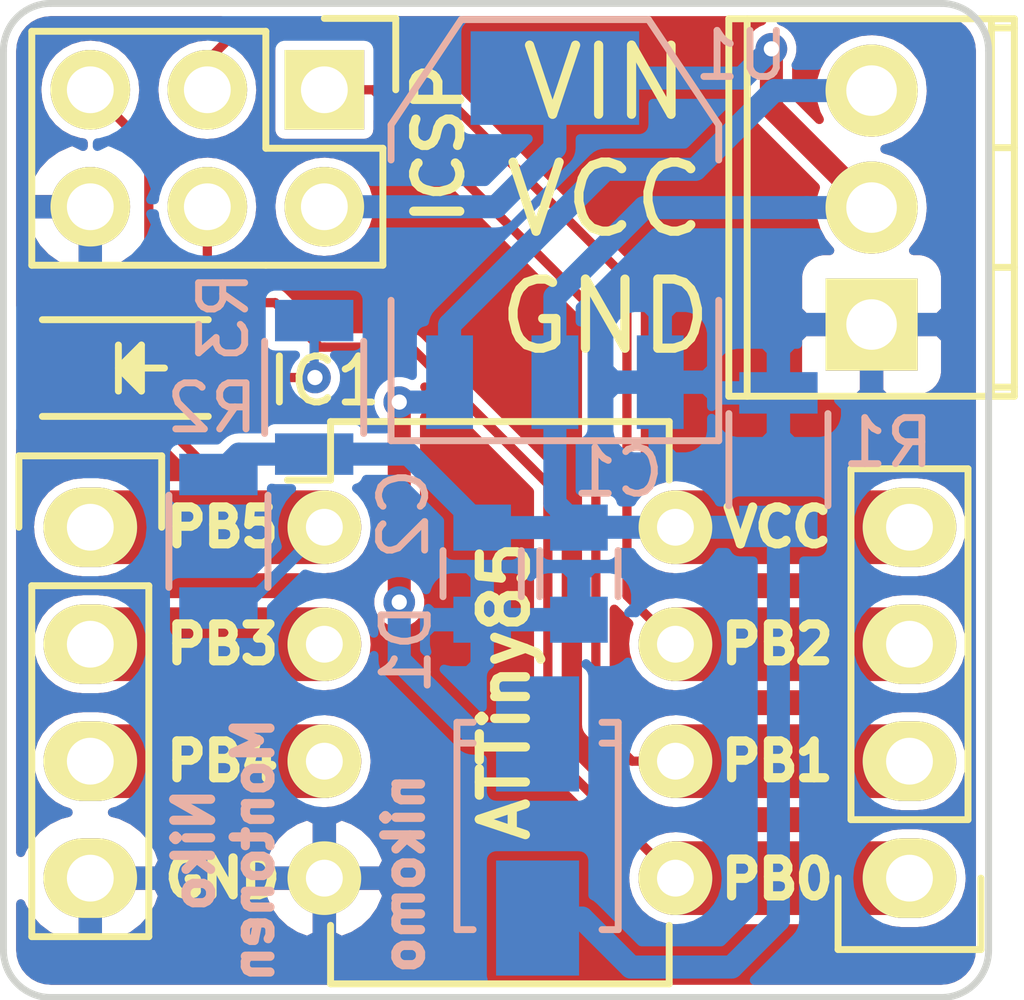
<source format=kicad_pcb>
(kicad_pcb (version 4) (host pcbnew 4.0.1-stable)

  (general
    (links 33)
    (no_connects 1)
    (area 165.680319 97.770879 187.212041 119.505801)
    (thickness 1.6)
    (drawings 23)
    (tracks 82)
    (zones 0)
    (modules 13)
    (nets 11)
  )

  (page A4)
  (layers
    (0 F.Cu signal)
    (31 B.Cu signal)
    (32 B.Adhes user)
    (33 F.Adhes user)
    (34 B.Paste user)
    (35 F.Paste user)
    (36 B.SilkS user)
    (37 F.SilkS user)
    (38 B.Mask user hide)
    (39 F.Mask user hide)
    (40 Dwgs.User user)
    (41 Cmts.User user)
    (42 Eco1.User user)
    (43 Eco2.User user)
    (44 Edge.Cuts user)
    (45 Margin user)
    (46 B.CrtYd user)
    (47 F.CrtYd user)
    (48 B.Fab user hide)
    (49 F.Fab user hide)
  )

  (setup
    (last_trace_width 0.1524)
    (trace_clearance 0.1524)
    (zone_clearance 0.2)
    (zone_45_only no)
    (trace_min 0.1524)
    (segment_width 0.2)
    (edge_width 0.15)
    (via_size 0.6858)
    (via_drill 0.3302)
    (via_min_size 0.6858)
    (via_min_drill 0.3302)
    (uvia_size 0.3)
    (uvia_drill 0.1)
    (uvias_allowed no)
    (uvia_min_size 0.2)
    (uvia_min_drill 0.1)
    (pcb_text_width 0.3)
    (pcb_text_size 1.5 1.5)
    (mod_edge_width 0.15)
    (mod_text_size 0.8 0.8)
    (mod_text_width 0.2)
    (pad_size 2.032 1.7272)
    (pad_drill 1.016)
    (pad_to_mask_clearance 0.13)
    (solder_mask_min_width 0.2)
    (aux_axis_origin 0 0)
    (visible_elements 7FFFFF7F)
    (pcbplotparams
      (layerselection 0x010f0_80000001)
      (usegerberextensions true)
      (excludeedgelayer true)
      (linewidth 0.100000)
      (plotframeref false)
      (viasonmask false)
      (mode 1)
      (useauxorigin false)
      (hpglpennumber 1)
      (hpglpenspeed 20)
      (hpglpendiameter 15)
      (hpglpenoverlay 2)
      (psnegative false)
      (psa4output false)
      (plotreference true)
      (plotvalue true)
      (plotinvisibletext false)
      (padsonsilk false)
      (subtractmaskfromsilk true)
      (outputformat 1)
      (mirror false)
      (drillshape 0)
      (scaleselection 1)
      (outputdirectory gerbers/))
  )

  (net 0 "")
  (net 1 GND)
  (net 2 VCC)
  (net 3 +9V)
  (net 4 PB5)
  (net 5 PB3)
  (net 6 PB4)
  (net 7 PB0)
  (net 8 PB1)
  (net 9 PB2)
  (net 10 "Net-(D2-Pad2)")

  (net_class Default "This is the default net class."
    (clearance 0.1524)
    (trace_width 0.1524)
    (via_dia 0.6858)
    (via_drill 0.3302)
    (uvia_dia 0.3)
    (uvia_drill 0.1)
    (add_net +9V)
    (add_net GND)
    (add_net "Net-(D2-Pad2)")
    (add_net PB0)
    (add_net PB1)
    (add_net PB2)
    (add_net PB3)
    (add_net PB4)
    (add_net PB5)
    (add_net VCC)
  )

  (module Capacitors_SMD:C_0805 (layer B.Cu) (tedit 569FECE7) (tstamp 569FDFCA)
    (at 178.2452 110.22762 270)
    (descr "Capacitor SMD 0805, reflow soldering, AVX (see smccp.pdf)")
    (tags "capacitor 0805")
    (path /569F0EF0)
    (attr smd)
    (fp_text reference C1 (at -2.20142 -0.8502 360) (layer B.SilkS)
      (effects (font (size 1 1) (thickness 0.15)) (justify mirror))
    )
    (fp_text value 1µF (at 0 -2.1 270) (layer B.Fab)
      (effects (font (size 1 1) (thickness 0.15)) (justify mirror))
    )
    (fp_line (start -1.8 1) (end 1.8 1) (layer B.CrtYd) (width 0.05))
    (fp_line (start -1.8 -1) (end 1.8 -1) (layer B.CrtYd) (width 0.05))
    (fp_line (start -1.8 1) (end -1.8 -1) (layer B.CrtYd) (width 0.05))
    (fp_line (start 1.8 1) (end 1.8 -1) (layer B.CrtYd) (width 0.05))
    (fp_line (start 0.5 0.85) (end -0.5 0.85) (layer B.SilkS) (width 0.15))
    (fp_line (start -0.5 -0.85) (end 0.5 -0.85) (layer B.SilkS) (width 0.15))
    (pad 1 smd rect (at -1 0 270) (size 1 1.25) (layers B.Cu B.Paste B.Mask)
      (net 2 VCC))
    (pad 2 smd rect (at 1 0 270) (size 1 1.25) (layers B.Cu B.Paste B.Mask)
      (net 1 GND))
    (model Capacitors_SMD.3dshapes/C_0805.wrl
      (at (xyz 0 0 0))
      (scale (xyz 1 1 1))
      (rotate (xyz 0 0 0))
    )
  )

  (module Capacitors_SMD:C_0805 (layer B.Cu) (tedit 569FECE2) (tstamp 569FDFD6)
    (at 176.1452 110.22762 270)
    (descr "Capacitor SMD 0805, reflow soldering, AVX (see smccp.pdf)")
    (tags "capacitor 0805")
    (path /569F0F92)
    (attr smd)
    (fp_text reference C2 (at -1.29718 1.70308 270) (layer B.SilkS)
      (effects (font (size 1 1) (thickness 0.15)) (justify mirror))
    )
    (fp_text value 0.1µF (at 0 -2.1 270) (layer B.Fab)
      (effects (font (size 1 1) (thickness 0.15)) (justify mirror))
    )
    (fp_line (start -1.8 1) (end 1.8 1) (layer B.CrtYd) (width 0.05))
    (fp_line (start -1.8 -1) (end 1.8 -1) (layer B.CrtYd) (width 0.05))
    (fp_line (start -1.8 1) (end -1.8 -1) (layer B.CrtYd) (width 0.05))
    (fp_line (start 1.8 1) (end 1.8 -1) (layer B.CrtYd) (width 0.05))
    (fp_line (start 0.5 0.85) (end -0.5 0.85) (layer B.SilkS) (width 0.15))
    (fp_line (start -0.5 -0.85) (end 0.5 -0.85) (layer B.SilkS) (width 0.15))
    (pad 1 smd rect (at -1 0 270) (size 1 1.25) (layers B.Cu B.Paste B.Mask)
      (net 2 VCC))
    (pad 2 smd rect (at 1 0 270) (size 1 1.25) (layers B.Cu B.Paste B.Mask)
      (net 1 GND))
    (model Capacitors_SMD.3dshapes/C_0805.wrl
      (at (xyz 0 0 0))
      (scale (xyz 1 1 1))
      (rotate (xyz 0 0 0))
    )
  )

  (module Diodes_SMD:SMA_Standard (layer B.Cu) (tedit 569FE64A) (tstamp 569FDFEB)
    (at 177.34788 115.70716 270)
    (descr "Diode SMA")
    (tags "Diode SMA")
    (path /569F07C5)
    (attr smd)
    (fp_text reference D1 (at -3.84556 2.84988 270) (layer B.SilkS)
      (effects (font (size 1 1) (thickness 0.15)) (justify mirror))
    )
    (fp_text value M7 (at 0 -4.3 270) (layer B.Fab)
      (effects (font (size 1 1) (thickness 0.15)) (justify mirror))
    )
    (fp_line (start -3.5 2) (end 3.5 2) (layer B.CrtYd) (width 0.05))
    (fp_line (start 3.5 2) (end 3.5 -2) (layer B.CrtYd) (width 0.05))
    (fp_line (start 3.5 -2) (end -3.5 -2) (layer B.CrtYd) (width 0.05))
    (fp_line (start -3.5 -2) (end -3.5 2) (layer B.CrtYd) (width 0.05))
    (fp_text user K (at -2.9 -2.95 270) (layer B.SilkS) hide
      (effects (font (size 0.8 0.8) (thickness 0.2)) (justify mirror))
    )
    (fp_text user A (at 2.9 -2.9 270) (layer B.SilkS) hide
      (effects (font (size 0.8 0.8) (thickness 0.2)) (justify mirror))
    )
    (fp_circle (center 0 0) (end 0.20066 0.0508) (layer B.Adhes) (width 0.381))
    (fp_line (start -1.79914 -1.75006) (end -1.79914 -1.39954) (layer B.SilkS) (width 0.15))
    (fp_line (start -1.79914 1.75006) (end -1.79914 1.39954) (layer B.SilkS) (width 0.15))
    (fp_line (start 2.25044 -1.75006) (end 2.25044 -1.39954) (layer B.SilkS) (width 0.15))
    (fp_line (start -2.25044 -1.75006) (end -2.25044 -1.39954) (layer B.SilkS) (width 0.15))
    (fp_line (start -2.25044 1.75006) (end -2.25044 1.39954) (layer B.SilkS) (width 0.15))
    (fp_line (start 2.25044 1.75006) (end 2.25044 1.39954) (layer B.SilkS) (width 0.15))
    (fp_line (start -2.25044 -1.75006) (end 2.25044 -1.75006) (layer B.SilkS) (width 0.15))
    (fp_line (start -2.25044 1.75006) (end 2.25044 1.75006) (layer B.SilkS) (width 0.15))
    (pad 1 smd rect (at -1.99898 0 270) (size 2.49936 1.80086) (layers B.Cu B.Paste B.Mask)
      (net 3 +9V))
    (pad 2 smd rect (at 1.99898 0 270) (size 2.49936 1.80086) (layers B.Cu B.Paste B.Mask)
      (net 2 VCC))
    (model Diodes_SMD.3dshapes/SMA_Standard.wrl
      (at (xyz 0 0 0))
      (scale (xyz 0.3937 0.3937 0.3937))
      (rotate (xyz 0 0 180))
    )
  )

  (module Housings_DIP:DIP-8_W7.62mm (layer F.Cu) (tedit 54130A77) (tstamp 569FE002)
    (at 172.72 109.22)
    (descr "8-lead dip package, row spacing 7.62 mm (300 mils)")
    (tags "dil dip 2.54 300")
    (path /5675FBF1)
    (fp_text reference IC1 (at 0 -3.175) (layer F.SilkS)
      (effects (font (size 1 1) (thickness 0.15)))
    )
    (fp_text value ATTINY85-P (at 0 -3.72) (layer F.Fab)
      (effects (font (size 1 1) (thickness 0.15)))
    )
    (fp_line (start -1.05 -2.45) (end -1.05 10.1) (layer F.CrtYd) (width 0.05))
    (fp_line (start 8.65 -2.45) (end 8.65 10.1) (layer F.CrtYd) (width 0.05))
    (fp_line (start -1.05 -2.45) (end 8.65 -2.45) (layer F.CrtYd) (width 0.05))
    (fp_line (start -1.05 10.1) (end 8.65 10.1) (layer F.CrtYd) (width 0.05))
    (fp_line (start 0.135 -2.295) (end 0.135 -1.025) (layer F.SilkS) (width 0.15))
    (fp_line (start 7.485 -2.295) (end 7.485 -1.025) (layer F.SilkS) (width 0.15))
    (fp_line (start 7.485 9.915) (end 7.485 8.645) (layer F.SilkS) (width 0.15))
    (fp_line (start 0.135 9.915) (end 0.135 8.645) (layer F.SilkS) (width 0.15))
    (fp_line (start 0.135 -2.295) (end 7.485 -2.295) (layer F.SilkS) (width 0.15))
    (fp_line (start 0.135 9.915) (end 7.485 9.915) (layer F.SilkS) (width 0.15))
    (fp_line (start 0.135 -1.025) (end -0.8 -1.025) (layer F.SilkS) (width 0.15))
    (pad 1 thru_hole oval (at 0 0) (size 1.6 1.6) (drill 0.8) (layers *.Cu *.Mask F.SilkS)
      (net 4 PB5))
    (pad 2 thru_hole oval (at 0 2.54) (size 1.6 1.6) (drill 0.8) (layers *.Cu *.Mask F.SilkS)
      (net 5 PB3))
    (pad 3 thru_hole oval (at 0 5.08) (size 1.6 1.6) (drill 0.8) (layers *.Cu *.Mask F.SilkS)
      (net 6 PB4))
    (pad 4 thru_hole oval (at 0 7.62) (size 1.6 1.6) (drill 0.8) (layers *.Cu *.Mask F.SilkS)
      (net 1 GND))
    (pad 5 thru_hole oval (at 7.62 7.62) (size 1.6 1.6) (drill 0.8) (layers *.Cu *.Mask F.SilkS)
      (net 7 PB0))
    (pad 6 thru_hole oval (at 7.62 5.08) (size 1.6 1.6) (drill 0.8) (layers *.Cu *.Mask F.SilkS)
      (net 8 PB1))
    (pad 7 thru_hole oval (at 7.62 2.54) (size 1.6 1.6) (drill 0.8) (layers *.Cu *.Mask F.SilkS)
      (net 9 PB2))
    (pad 8 thru_hole oval (at 7.62 0) (size 1.6 1.6) (drill 0.8) (layers *.Cu *.Mask F.SilkS)
      (net 2 VCC))
    (model Housings_DIP.3dshapes/DIP-8_W7.62mm.wrl
      (at (xyz 0 0 0))
      (scale (xyz 1 1 1))
      (rotate (xyz 0 0 0))
    )
  )

  (module Pin_Headers:Pin_Header_Straight_1x04 (layer F.Cu) (tedit 569FE211) (tstamp 569FE015)
    (at 167.64 109.22)
    (descr "Through hole pin header")
    (tags "pin header")
    (path /5675CA29)
    (fp_text reference P1 (at 0 10.16) (layer F.SilkS) hide
      (effects (font (size 1 1) (thickness 0.15)))
    )
    (fp_text value CONN_01X04 (at 0 -3.1) (layer F.Fab)
      (effects (font (size 1 1) (thickness 0.15)))
    )
    (fp_line (start -1.75 -1.75) (end -1.75 9.4) (layer F.CrtYd) (width 0.05))
    (fp_line (start 1.75 -1.75) (end 1.75 9.4) (layer F.CrtYd) (width 0.05))
    (fp_line (start -1.75 -1.75) (end 1.75 -1.75) (layer F.CrtYd) (width 0.05))
    (fp_line (start -1.75 9.4) (end 1.75 9.4) (layer F.CrtYd) (width 0.05))
    (fp_line (start -1.27 1.27) (end -1.27 8.89) (layer F.SilkS) (width 0.15))
    (fp_line (start 1.27 1.27) (end 1.27 8.89) (layer F.SilkS) (width 0.15))
    (fp_line (start 1.55 -1.55) (end 1.55 0) (layer F.SilkS) (width 0.15))
    (fp_line (start -1.27 8.89) (end 1.27 8.89) (layer F.SilkS) (width 0.15))
    (fp_line (start 1.27 1.27) (end -1.27 1.27) (layer F.SilkS) (width 0.15))
    (fp_line (start -1.55 0) (end -1.55 -1.55) (layer F.SilkS) (width 0.15))
    (fp_line (start -1.55 -1.55) (end 1.55 -1.55) (layer F.SilkS) (width 0.15))
    (pad 1 thru_hole oval (at 0 0) (size 2.032 1.7272) (drill 1.016) (layers *.Cu *.Mask F.SilkS)
      (net 4 PB5))
    (pad 2 thru_hole oval (at 0 2.54) (size 2.032 1.7272) (drill 1.016) (layers *.Cu *.Mask F.SilkS)
      (net 5 PB3))
    (pad 3 thru_hole oval (at 0 5.08) (size 2.032 1.7272) (drill 1.016) (layers *.Cu *.Mask F.SilkS)
      (net 6 PB4))
    (pad 4 thru_hole oval (at 0 7.62) (size 2.032 1.7272) (drill 1.016) (layers *.Cu *.Mask F.SilkS)
      (net 1 GND))
    (model Pin_Headers.3dshapes/Pin_Header_Straight_1x04.wrl
      (at (xyz 0 -0.15 -0.068))
      (scale (xyz 1 1 1))
      (rotate (xyz 180 0 90))
    )
  )

  (module Pin_Headers:Pin_Header_Straight_1x04 (layer F.Cu) (tedit 569FE20B) (tstamp 569FE028)
    (at 185.42 116.84 180)
    (descr "Through hole pin header")
    (tags "pin header")
    (path /5675CA7B)
    (fp_text reference P2 (at 0 -2.54 180) (layer F.SilkS) hide
      (effects (font (size 1 1) (thickness 0.15)))
    )
    (fp_text value CONN_01X04 (at 0 -3.1 180) (layer F.Fab)
      (effects (font (size 1 1) (thickness 0.15)))
    )
    (fp_line (start -1.75 -1.75) (end -1.75 9.4) (layer F.CrtYd) (width 0.05))
    (fp_line (start 1.75 -1.75) (end 1.75 9.4) (layer F.CrtYd) (width 0.05))
    (fp_line (start -1.75 -1.75) (end 1.75 -1.75) (layer F.CrtYd) (width 0.05))
    (fp_line (start -1.75 9.4) (end 1.75 9.4) (layer F.CrtYd) (width 0.05))
    (fp_line (start -1.27 1.27) (end -1.27 8.89) (layer F.SilkS) (width 0.15))
    (fp_line (start 1.27 1.27) (end 1.27 8.89) (layer F.SilkS) (width 0.15))
    (fp_line (start 1.55 -1.55) (end 1.55 0) (layer F.SilkS) (width 0.15))
    (fp_line (start -1.27 8.89) (end 1.27 8.89) (layer F.SilkS) (width 0.15))
    (fp_line (start 1.27 1.27) (end -1.27 1.27) (layer F.SilkS) (width 0.15))
    (fp_line (start -1.55 0) (end -1.55 -1.55) (layer F.SilkS) (width 0.15))
    (fp_line (start -1.55 -1.55) (end 1.55 -1.55) (layer F.SilkS) (width 0.15))
    (pad 1 thru_hole oval (at 0 0 180) (size 2.032 1.7272) (drill 1.016) (layers *.Cu *.Mask F.SilkS)
      (net 7 PB0))
    (pad 2 thru_hole oval (at 0 2.54 180) (size 2.032 1.7272) (drill 1.016) (layers *.Cu *.Mask F.SilkS)
      (net 8 PB1))
    (pad 3 thru_hole oval (at 0 5.08 180) (size 2.032 1.7272) (drill 1.016) (layers *.Cu *.Mask F.SilkS)
      (net 9 PB2))
    (pad 4 thru_hole oval (at 0 7.62 180) (size 2.032 1.7272) (drill 1.016) (layers *.Cu *.Mask F.SilkS)
      (net 2 VCC))
    (model Pin_Headers.3dshapes/Pin_Header_Straight_1x04.wrl
      (at (xyz 0 -0.15 -0.068))
      (scale (xyz 1 1 1))
      (rotate (xyz 180 0 90))
    )
  )

  (module Terminal_Blocks:TerminalBlock_Pheonix_MPT-2.54mm_3pol (layer F.Cu) (tedit 569FE00A) (tstamp 569FE03D)
    (at 184.59704 104.81818 90)
    (descr "3-way 2.54mm pitch terminal block, Phoenix MPT series")
    (path /569EFD15)
    (fp_text reference P3 (at 2.54 -2.205 90) (layer F.SilkS) hide
      (effects (font (size 1 1) (thickness 0.15)))
    )
    (fp_text value CONN_01X03 (at 2.54 4.50088 90) (layer F.Fab)
      (effects (font (size 1 1) (thickness 0.15)))
    )
    (fp_line (start -1.778 3.302) (end 6.858 3.302) (layer F.CrtYd) (width 0.05))
    (fp_line (start -1.778 -3.302) (end -1.778 3.302) (layer F.CrtYd) (width 0.05))
    (fp_line (start 6.858 -3.302) (end -1.778 -3.302) (layer F.CrtYd) (width 0.05))
    (fp_line (start 6.858 3.302) (end 6.858 -3.302) (layer F.CrtYd) (width 0.05))
    (fp_line (start 6.63956 -3.0988) (end -1.55956 -3.0988) (layer F.SilkS) (width 0.15))
    (fp_line (start 6.63956 -2.70002) (end -1.55956 -2.70002) (layer F.SilkS) (width 0.15))
    (fp_line (start 6.63956 2.60096) (end -1.55956 2.60096) (layer F.SilkS) (width 0.15))
    (fp_line (start -1.55956 3.0988) (end 6.63956 3.0988) (layer F.SilkS) (width 0.15))
    (fp_line (start 3.84048 2.60096) (end 3.84048 3.0988) (layer F.SilkS) (width 0.15))
    (fp_line (start -1.3589 3.0988) (end -1.3589 2.60096) (layer F.SilkS) (width 0.15))
    (fp_line (start 6.44144 2.60096) (end 6.44144 3.0988) (layer F.SilkS) (width 0.15))
    (fp_line (start 1.24206 3.0988) (end 1.24206 2.60096) (layer F.SilkS) (width 0.15))
    (fp_line (start 6.63956 3.0988) (end 6.63956 -3.0988) (layer F.SilkS) (width 0.15))
    (fp_line (start -1.55702 -3.0988) (end -1.55702 3.0988) (layer F.SilkS) (width 0.15))
    (pad 3 thru_hole oval (at 5.08 0 90) (size 1.99898 1.99898) (drill 1.09728) (layers *.Cu *.Mask F.SilkS)
      (net 3 +9V))
    (pad 1 thru_hole rect (at 0 0 90) (size 1.99898 1.99898) (drill 1.09728) (layers *.Cu *.Mask F.SilkS)
      (net 1 GND))
    (pad 2 thru_hole oval (at 2.54 0 90) (size 1.99898 1.99898) (drill 1.09728) (layers *.Cu *.Mask F.SilkS)
      (net 2 VCC))
    (model Terminal_Blocks.3dshapes/TerminalBlock_Pheonix_MPT-2.54mm_3pol.wrl
      (at (xyz 0.1 0 0))
      (scale (xyz 1 1 1))
      (rotate (xyz 0 0 0))
    )
  )

  (module Pin_Headers:Pin_Header_Straight_2x03 (layer F.Cu) (tedit 569FE00D) (tstamp 569FE054)
    (at 172.72 99.7204 270)
    (descr "Through hole pin header")
    (tags "pin header")
    (path /5675DFB8)
    (fp_text reference P4 (at 0 -2.54 270) (layer F.SilkS) hide
      (effects (font (size 1 1) (thickness 0.15)))
    )
    (fp_text value CONN_02X03 (at 0 -3.1 270) (layer F.Fab)
      (effects (font (size 1 1) (thickness 0.15)))
    )
    (fp_line (start -1.27 1.27) (end -1.27 6.35) (layer F.SilkS) (width 0.15))
    (fp_line (start -1.55 -1.55) (end 0 -1.55) (layer F.SilkS) (width 0.15))
    (fp_line (start -1.75 -1.75) (end -1.75 6.85) (layer F.CrtYd) (width 0.05))
    (fp_line (start 4.3 -1.75) (end 4.3 6.85) (layer F.CrtYd) (width 0.05))
    (fp_line (start -1.75 -1.75) (end 4.3 -1.75) (layer F.CrtYd) (width 0.05))
    (fp_line (start -1.75 6.85) (end 4.3 6.85) (layer F.CrtYd) (width 0.05))
    (fp_line (start 1.27 -1.27) (end 1.27 1.27) (layer F.SilkS) (width 0.15))
    (fp_line (start 1.27 1.27) (end -1.27 1.27) (layer F.SilkS) (width 0.15))
    (fp_line (start -1.27 6.35) (end 3.81 6.35) (layer F.SilkS) (width 0.15))
    (fp_line (start 3.81 6.35) (end 3.81 1.27) (layer F.SilkS) (width 0.15))
    (fp_line (start -1.55 -1.55) (end -1.55 0) (layer F.SilkS) (width 0.15))
    (fp_line (start 3.81 -1.27) (end 1.27 -1.27) (layer F.SilkS) (width 0.15))
    (fp_line (start 3.81 1.27) (end 3.81 -1.27) (layer F.SilkS) (width 0.15))
    (pad 1 thru_hole rect (at 0 0 270) (size 1.7272 1.7272) (drill 1.016) (layers *.Cu *.Mask F.SilkS)
      (net 8 PB1))
    (pad 2 thru_hole oval (at 2.54 0 270) (size 1.7272 1.7272) (drill 1.016) (layers *.Cu *.Mask F.SilkS)
      (net 2 VCC))
    (pad 3 thru_hole oval (at 0 2.54 270) (size 1.7272 1.7272) (drill 1.016) (layers *.Cu *.Mask F.SilkS)
      (net 9 PB2))
    (pad 4 thru_hole oval (at 2.54 2.54 270) (size 1.7272 1.7272) (drill 1.016) (layers *.Cu *.Mask F.SilkS)
      (net 7 PB0))
    (pad 5 thru_hole oval (at 0 5.08 270) (size 1.7272 1.7272) (drill 1.016) (layers *.Cu *.Mask F.SilkS)
      (net 4 PB5))
    (pad 6 thru_hole oval (at 2.54 5.08 270) (size 1.7272 1.7272) (drill 1.016) (layers *.Cu *.Mask F.SilkS)
      (net 1 GND))
    (model Pin_Headers.3dshapes/Pin_Header_Straight_2x03.wrl
      (at (xyz 0.05 -0.1 0))
      (scale (xyz 1 1 1))
      (rotate (xyz 0 0 90))
    )
  )

  (module Resistors_SMD:R_1206 (layer B.Cu) (tedit 56A5FC46) (tstamp 569FE060)
    (at 182.5752 107.75188 90)
    (descr "Resistor SMD 1206, reflow soldering, Vishay (see dcrcw.pdf)")
    (tags "resistor 1206")
    (path /569F0FDB)
    (attr smd)
    (fp_text reference R1 (at 0.3683 2.3749 180) (layer B.SilkS)
      (effects (font (size 1 1) (thickness 0.15)) (justify mirror))
    )
    (fp_text value 1K (at 0 -2.3 90) (layer B.Fab)
      (effects (font (size 1 1) (thickness 0.15)) (justify mirror))
    )
    (fp_line (start -2.2 1.2) (end 2.2 1.2) (layer B.CrtYd) (width 0.05))
    (fp_line (start -2.2 -1.2) (end 2.2 -1.2) (layer B.CrtYd) (width 0.05))
    (fp_line (start -2.2 1.2) (end -2.2 -1.2) (layer B.CrtYd) (width 0.05))
    (fp_line (start 2.2 1.2) (end 2.2 -1.2) (layer B.CrtYd) (width 0.05))
    (fp_line (start 1 -1.075) (end -1 -1.075) (layer B.SilkS) (width 0.15))
    (fp_line (start -1 1.075) (end 1 1.075) (layer B.SilkS) (width 0.15))
    (pad 1 smd rect (at -1.45 0 90) (size 0.9 1.7) (layers B.Cu B.Paste B.Mask)
      (net 2 VCC))
    (pad 2 smd rect (at 1.45 0 90) (size 0.9 1.7) (layers B.Cu B.Paste B.Mask)
      (net 1 GND))
    (model Resistors_SMD.3dshapes/R_1206.wrl
      (at (xyz 0 0 0))
      (scale (xyz 1 1 1))
      (rotate (xyz 0 0 0))
    )
  )

  (module Resistors_SMD:R_1206 (layer B.Cu) (tedit 56A5FC85) (tstamp 569FE06C)
    (at 170.4213 109.5248 270)
    (descr "Resistor SMD 1206, reflow soldering, Vishay (see dcrcw.pdf)")
    (tags "resistor 1206")
    (path /569F14B3)
    (attr smd)
    (fp_text reference R2 (at -2.8956 0.1397 360) (layer B.SilkS)
      (effects (font (size 1 1) (thickness 0.15)) (justify mirror))
    )
    (fp_text value 4K7 (at 0 -2.3 270) (layer B.Fab)
      (effects (font (size 1 1) (thickness 0.15)) (justify mirror))
    )
    (fp_line (start -2.2 1.2) (end 2.2 1.2) (layer B.CrtYd) (width 0.05))
    (fp_line (start -2.2 -1.2) (end 2.2 -1.2) (layer B.CrtYd) (width 0.05))
    (fp_line (start -2.2 1.2) (end -2.2 -1.2) (layer B.CrtYd) (width 0.05))
    (fp_line (start 2.2 1.2) (end 2.2 -1.2) (layer B.CrtYd) (width 0.05))
    (fp_line (start 1 -1.075) (end -1 -1.075) (layer B.SilkS) (width 0.15))
    (fp_line (start -1 1.075) (end 1 1.075) (layer B.SilkS) (width 0.15))
    (pad 1 smd rect (at -1.45 0 270) (size 0.9 1.7) (layers B.Cu B.Paste B.Mask)
      (net 2 VCC))
    (pad 2 smd rect (at 1.45 0 270) (size 0.9 1.7) (layers B.Cu B.Paste B.Mask)
      (net 4 PB5))
    (model Resistors_SMD.3dshapes/R_1206.wrl
      (at (xyz 0 0 0))
      (scale (xyz 1 1 1))
      (rotate (xyz 0 0 0))
    )
  )

  (module TO_SOT_Packages_SMD:SOT-223 (layer B.Cu) (tedit 0) (tstamp 569FE07C)
    (at 177.7238 102.7684 180)
    (descr "module CMS SOT223 4 pins")
    (tags "CMS SOT")
    (path /569F0433)
    (attr smd)
    (fp_text reference U1 (at -4.04368 3.79222 180) (layer B.SilkS)
      (effects (font (size 1 1) (thickness 0.15)) (justify mirror))
    )
    (fp_text value AMS1117-5.0 (at 0 -0.762 180) (layer B.Fab)
      (effects (font (size 1 1) (thickness 0.15)) (justify mirror))
    )
    (fp_line (start -3.556 -1.524) (end -3.556 -4.572) (layer B.SilkS) (width 0.15))
    (fp_line (start -3.556 -4.572) (end 3.556 -4.572) (layer B.SilkS) (width 0.15))
    (fp_line (start 3.556 -4.572) (end 3.556 -1.524) (layer B.SilkS) (width 0.15))
    (fp_line (start -3.556 1.524) (end -3.556 2.286) (layer B.SilkS) (width 0.15))
    (fp_line (start -3.556 2.286) (end -2.032 4.572) (layer B.SilkS) (width 0.15))
    (fp_line (start -2.032 4.572) (end 2.032 4.572) (layer B.SilkS) (width 0.15))
    (fp_line (start 2.032 4.572) (end 3.556 2.286) (layer B.SilkS) (width 0.15))
    (fp_line (start 3.556 2.286) (end 3.556 1.524) (layer B.SilkS) (width 0.15))
    (pad 4 smd rect (at 0 3.302 180) (size 3.6576 2.032) (layers B.Cu B.Paste B.Mask)
      (net 2 VCC))
    (pad 2 smd rect (at 0 -3.302 180) (size 1.016 2.032) (layers B.Cu B.Paste B.Mask)
      (net 2 VCC))
    (pad 3 smd rect (at 2.286 -3.302 180) (size 1.016 2.032) (layers B.Cu B.Paste B.Mask)
      (net 3 +9V))
    (pad 1 smd rect (at -2.286 -3.302 180) (size 1.016 2.032) (layers B.Cu B.Paste B.Mask)
      (net 1 GND))
    (model TO_SOT_Packages_SMD.3dshapes/SOT-223.wrl
      (at (xyz 0 0 0))
      (scale (xyz 0.4 0.4 0.4))
      (rotate (xyz 0 0 0))
    )
  )

  (module LEDs:LED-1206 (layer F.Cu) (tedit 56A5FA85) (tstamp 569FFBF0)
    (at 168.74998 105.76306)
    (descr "LED 1206 smd package")
    (tags "LED1206 SMD")
    (path /569FFC9B)
    (attr smd)
    (fp_text reference D2 (at -0.08636 0.13208) (layer F.SilkS) hide
      (effects (font (size 1 1) (thickness 0.15)))
    )
    (fp_text value LED (at 0 2) (layer F.Fab)
      (effects (font (size 1 1) (thickness 0.15)))
    )
    (fp_line (start -2.15 1.05) (end 1.45 1.05) (layer F.SilkS) (width 0.15))
    (fp_line (start -2.15 -1.05) (end 1.45 -1.05) (layer F.SilkS) (width 0.15))
    (fp_line (start -0.1 -0.3) (end -0.1 0.3) (layer F.SilkS) (width 0.15))
    (fp_line (start -0.1 0.3) (end -0.4 0) (layer F.SilkS) (width 0.15))
    (fp_line (start -0.4 0) (end -0.2 -0.2) (layer F.SilkS) (width 0.15))
    (fp_line (start -0.2 -0.2) (end -0.2 0.05) (layer F.SilkS) (width 0.15))
    (fp_line (start -0.2 0.05) (end -0.25 0) (layer F.SilkS) (width 0.15))
    (fp_line (start -0.5 -0.5) (end -0.5 0.5) (layer F.SilkS) (width 0.15))
    (fp_line (start 0 0) (end 0.5 0) (layer F.SilkS) (width 0.15))
    (fp_line (start -0.5 0) (end 0 -0.5) (layer F.SilkS) (width 0.15))
    (fp_line (start 0 -0.5) (end 0 0.5) (layer F.SilkS) (width 0.15))
    (fp_line (start 0 0.5) (end -0.5 0) (layer F.SilkS) (width 0.15))
    (fp_line (start 2.5 -1.25) (end -2.5 -1.25) (layer F.CrtYd) (width 0.05))
    (fp_line (start -2.5 -1.25) (end -2.5 1.25) (layer F.CrtYd) (width 0.05))
    (fp_line (start -2.5 1.25) (end 2.5 1.25) (layer F.CrtYd) (width 0.05))
    (fp_line (start 2.5 1.25) (end 2.5 -1.25) (layer F.CrtYd) (width 0.05))
    (pad 2 smd rect (at 1.41986 0 180) (size 1.59766 1.80086) (layers F.Cu F.Paste F.Mask)
      (net 10 "Net-(D2-Pad2)"))
    (pad 1 smd rect (at -1.41986 0 180) (size 1.59766 1.80086) (layers F.Cu F.Paste F.Mask)
      (net 1 GND))
  )

  (module Resistors_SMD:R_1206 (layer B.Cu) (tedit 56A72ED0) (tstamp 569FFBFC)
    (at 172.49902 106.18216 90)
    (descr "Resistor SMD 1206, reflow soldering, Vishay (see dcrcw.pdf)")
    (tags "resistor 1206")
    (path /569FF69A)
    (attr smd)
    (fp_text reference R3 (at 1.53416 -1.96342 90) (layer B.SilkS)
      (effects (font (size 1 1) (thickness 0.15)) (justify mirror))
    )
    (fp_text value 220 (at 0 -2.3 90) (layer B.Fab)
      (effects (font (size 1 1) (thickness 0.15)) (justify mirror))
    )
    (fp_line (start -2.2 1.2) (end 2.2 1.2) (layer B.CrtYd) (width 0.05))
    (fp_line (start -2.2 -1.2) (end 2.2 -1.2) (layer B.CrtYd) (width 0.05))
    (fp_line (start -2.2 1.2) (end -2.2 -1.2) (layer B.CrtYd) (width 0.05))
    (fp_line (start 2.2 1.2) (end 2.2 -1.2) (layer B.CrtYd) (width 0.05))
    (fp_line (start 1 -1.075) (end -1 -1.075) (layer B.SilkS) (width 0.15))
    (fp_line (start -1 1.075) (end 1 1.075) (layer B.SilkS) (width 0.15))
    (pad 1 smd rect (at -1.45 0 90) (size 0.9 1.7) (layers B.Cu B.Paste B.Mask)
      (net 2 VCC))
    (pad 2 smd rect (at 1.45 0 90) (size 0.9 1.7) (layers B.Cu B.Paste B.Mask)
      (net 10 "Net-(D2-Pad2)"))
    (model Resistors_SMD.3dshapes/R_1206.wrl
      (at (xyz 0 0 0))
      (scale (xyz 1 1 1))
      (rotate (xyz 0 0 0))
    )
  )

  (gr_text nikomo (at 174.4472 116.7384 90) (layer B.SilkS) (tstamp 56A77A99)
    (effects (font (size 0.8 0.8) (thickness 0.2)) (justify mirror))
  )
  (gr_text "Niko\nMontonen" (at 170.5356 116.2304 90) (layer B.SilkS)
    (effects (font (size 0.8 0.8) (thickness 0.2)) (justify mirror))
  )
  (gr_text ATTiny85 (at 176.6316 112.776 90) (layer F.SilkS)
    (effects (font (size 1 1) (thickness 0.2)))
  )
  (gr_arc (start 186.11342 98.8695) (end 186.11342 97.84588) (angle 90) (layer Edge.Cuts) (width 0.15) (tstamp 56A72E2C))
  (gr_arc (start 166.77894 98.8695) (end 165.75532 98.8695) (angle 90) (layer Edge.Cuts) (width 0.15) (tstamp 56A72D6F))
  (gr_arc (start 166.77894 118.40718) (end 166.77894 119.4308) (angle 90) (layer Edge.Cuts) (width 0.15) (tstamp 56A72CBA))
  (gr_arc (start 186.11342 118.40718) (end 187.13704 118.40718) (angle 90) (layer Edge.Cuts) (width 0.15))
  (gr_text ICSP (at 175.20666 100.88118 90) (layer F.SilkS)
    (effects (font (size 1 1) (thickness 0.2)))
  )
  (gr_text VIN (at 178.816 99.568) (layer F.SilkS) (tstamp 569FEB19)
    (effects (font (size 1.5 1.5) (thickness 0.2)))
  )
  (gr_text VCC (at 178.816 102.108) (layer F.SilkS) (tstamp 569FEB11)
    (effects (font (size 1.5 1.5) (thickness 0.2)))
  )
  (gr_text VCC (at 182.5498 109.22) (layer F.SilkS) (tstamp 569FEAF4)
    (effects (font (size 0.8 0.8) (thickness 0.2)))
  )
  (gr_text GND (at 178.816 104.648) (layer F.SilkS) (tstamp 569FEAE0)
    (effects (font (size 1.5 1.5) (thickness 0.2)))
  )
  (gr_text GND (at 170.5102 116.84) (layer F.SilkS) (tstamp 569FEA9D)
    (effects (font (size 0.8 0.8) (thickness 0.2)))
  )
  (gr_text PB4 (at 170.5102 114.3) (layer F.SilkS) (tstamp 569FEA9B)
    (effects (font (size 0.8 0.8) (thickness 0.2)))
  )
  (gr_text PB3 (at 170.5102 111.76) (layer F.SilkS) (tstamp 569FEA97)
    (effects (font (size 0.8 0.8) (thickness 0.2)))
  )
  (gr_text PB0 (at 182.5498 116.8654) (layer F.SilkS) (tstamp 569FE9B8)
    (effects (font (size 0.8 0.8) (thickness 0.2)))
  )
  (gr_text PB1 (at 182.5498 114.3) (layer F.SilkS) (tstamp 569FE9B5)
    (effects (font (size 0.8 0.8) (thickness 0.2)))
  )
  (gr_text PB2 (at 182.5498 111.76) (layer F.SilkS) (tstamp 569FE9AC)
    (effects (font (size 0.8 0.8) (thickness 0.2)))
  )
  (gr_text PB5 (at 170.5102 109.22) (layer F.SilkS)
    (effects (font (size 0.8 0.8) (thickness 0.2)))
  )
  (gr_line (start 187.13704 98.8695) (end 187.13704 118.40718) (layer Edge.Cuts) (width 0.15) (tstamp 569FE7BE))
  (gr_line (start 186.11342 97.845881) (end 166.77894 97.845881) (layer Edge.Cuts) (width 0.15) (tstamp 569FE7B2))
  (gr_line (start 165.75532 98.8695) (end 165.75532 118.40718) (layer Edge.Cuts) (width 0.15) (tstamp 569FE77F))
  (gr_line (start 186.11342 119.4308) (end 166.77894 119.4308) (layer Edge.Cuts) (width 0.15))

  (segment (start 177.34788 117.70614) (end 178.31054 117.70614) (width 0.5) (layer B.Cu) (net 2))
  (segment (start 178.31054 117.70614) (end 179.3748 118.7704) (width 0.5) (layer B.Cu) (net 2))
  (segment (start 179.3748 118.7704) (end 181.5592 118.7704) (width 0.5) (layer B.Cu) (net 2))
  (segment (start 181.5592 118.7704) (end 182.5752 117.7544) (width 0.5) (layer B.Cu) (net 2))
  (segment (start 182.5752 117.7544) (end 182.5752 109.20188) (width 0.5) (layer B.Cu) (net 2))
  (segment (start 182.4228 98.8314) (end 182.4228 100.10394) (width 0.5) (layer F.Cu) (net 2))
  (segment (start 182.4228 100.10394) (end 184.59704 102.27818) (width 0.5) (layer F.Cu) (net 2))
  (segment (start 177.7238 99.4664) (end 181.7878 99.4664) (width 0.5) (layer B.Cu) (net 2))
  (segment (start 181.7878 99.4664) (end 182.4228 98.8314) (width 0.5) (layer B.Cu) (net 2))
  (via (at 182.4228 98.8314) (size 0.6858) (drill 0.3302) (layers F.Cu B.Cu) (net 2))
  (segment (start 177.7238 106.0704) (end 177.7238 104.2162) (width 0.5) (layer B.Cu) (net 2))
  (segment (start 177.7238 104.2162) (end 179.66182 102.27818) (width 0.5) (layer B.Cu) (net 2))
  (segment (start 179.66182 102.27818) (end 183.183548 102.27818) (width 0.5) (layer B.Cu) (net 2))
  (segment (start 183.183548 102.27818) (end 184.59704 102.27818) (width 0.5) (layer B.Cu) (net 2))
  (segment (start 177.7238 99.4664) (end 177.7238 100.9824) (width 0.5) (layer B.Cu) (net 2))
  (segment (start 177.7238 100.9824) (end 176.4458 102.2604) (width 0.5) (layer B.Cu) (net 2))
  (segment (start 176.4458 102.2604) (end 173.941314 102.2604) (width 0.5) (layer B.Cu) (net 2))
  (segment (start 173.941314 102.2604) (end 172.72 102.2604) (width 0.5) (layer B.Cu) (net 2))
  (segment (start 180.34 109.22) (end 182.55708 109.22) (width 0.5) (layer B.Cu) (net 2))
  (segment (start 182.55708 109.22) (end 182.5752 109.20188) (width 0.5) (layer B.Cu) (net 2))
  (segment (start 177.7238 106.0704) (end 177.7238 108.70622) (width 0.5) (layer B.Cu) (net 2))
  (segment (start 177.7238 108.70622) (end 178.2452 109.22762) (width 0.5) (layer B.Cu) (net 2))
  (segment (start 172.49902 107.63216) (end 174.54974 107.63216) (width 0.5) (layer B.Cu) (net 2))
  (segment (start 174.54974 107.63216) (end 176.1452 109.22762) (width 0.5) (layer B.Cu) (net 2))
  (segment (start 172.49902 107.63216) (end 170.86394 107.63216) (width 0.5) (layer B.Cu) (net 2))
  (segment (start 170.86394 107.63216) (end 170.4213 108.0748) (width 0.5) (layer B.Cu) (net 2))
  (segment (start 178.2452 109.22762) (end 176.1452 109.22762) (width 0.5) (layer B.Cu) (net 2))
  (segment (start 180.34 109.22) (end 178.25282 109.22) (width 0.5) (layer B.Cu) (net 2))
  (segment (start 178.25282 109.22) (end 178.2452 109.22762) (width 0.5) (layer B.Cu) (net 2))
  (segment (start 170.4213 108.0748) (end 170.8213 108.0748) (width 0.25) (layer B.Cu) (net 2))
  (segment (start 180.34 109.22) (end 185.42 109.22) (width 1.6) (layer F.Cu) (net 2))
  (segment (start 174.3456 112.10633) (end 174.3456 110.8456) (width 0.5) (layer B.Cu) (net 3))
  (segment (start 175.94745 113.70818) (end 174.3456 112.10633) (width 0.5) (layer B.Cu) (net 3))
  (segment (start 177.34788 113.70818) (end 175.94745 113.70818) (width 0.5) (layer B.Cu) (net 3))
  (segment (start 174.3456 106.5022) (end 175.006 106.5022) (width 0.5) (layer B.Cu) (net 3))
  (segment (start 175.006 106.5022) (end 175.4378 106.0704) (width 0.5) (layer B.Cu) (net 3))
  (segment (start 174.3456 110.8456) (end 174.3456 106.5022) (width 0.5) (layer F.Cu) (net 3))
  (via (at 174.3456 106.5022) (size 0.6858) (drill 0.3302) (layers F.Cu B.Cu) (net 3))
  (via (at 174.3456 110.8456) (size 0.6858) (drill 0.3302) (layers F.Cu B.Cu) (net 3))
  (segment (start 184.59704 99.73818) (end 182.48122 99.73818) (width 0.5) (layer B.Cu) (net 3))
  (segment (start 182.48122 99.73818) (end 180.7718 101.4476) (width 0.5) (layer B.Cu) (net 3))
  (segment (start 180.7718 101.4476) (end 178.816 101.4476) (width 0.5) (layer B.Cu) (net 3))
  (segment (start 178.816 101.4476) (end 175.4378 104.8258) (width 0.5) (layer B.Cu) (net 3))
  (segment (start 175.4378 104.8258) (end 175.4378 106.0704) (width 0.5) (layer B.Cu) (net 3))
  (segment (start 167.64 99.7204) (end 168.91 100.9904) (width 0.2) (layer F.Cu) (net 4))
  (segment (start 168.91 100.9904) (end 168.91 106.656802) (width 0.2) (layer F.Cu) (net 4))
  (segment (start 168.91 106.656802) (end 171.473198 109.22) (width 0.2) (layer F.Cu) (net 4))
  (segment (start 171.473198 109.22) (end 171.58863 109.22) (width 0.2) (layer F.Cu) (net 4))
  (segment (start 171.58863 109.22) (end 172.72 109.22) (width 0.2) (layer F.Cu) (net 4))
  (segment (start 172.72 109.22) (end 170.9652 110.9748) (width 0.25) (layer B.Cu) (net 4))
  (segment (start 170.9652 110.9748) (end 170.4213 110.9748) (width 0.25) (layer B.Cu) (net 4))
  (segment (start 172.72 109.22) (end 167.64 109.22) (width 1.6) (layer F.Cu) (net 4))
  (segment (start 172.72 111.76) (end 167.64 111.76) (width 1.6) (layer F.Cu) (net 5))
  (segment (start 172.72 114.3) (end 167.64 114.3) (width 1.6) (layer F.Cu) (net 6))
  (segment (start 174.5996 105.3084) (end 172.72 105.3084) (width 0.2) (layer F.Cu) (net 7))
  (segment (start 170.18 102.2604) (end 170.18 103.9876) (width 0.2) (layer F.Cu) (net 7))
  (segment (start 170.18 103.9876) (end 170.5356 104.3432) (width 0.2) (layer F.Cu) (net 7))
  (segment (start 170.5356 104.3432) (end 171.6532 104.3432) (width 0.2) (layer F.Cu) (net 7))
  (segment (start 172.6184 105.3084) (end 172.72 105.3084) (width 0.2) (layer F.Cu) (net 7))
  (segment (start 171.6532 104.3432) (end 172.6184 105.3084) (width 0.2) (layer F.Cu) (net 7))
  (segment (start 180.34 116.84) (end 177.5714 114.0714) (width 0.2) (layer F.Cu) (net 7))
  (segment (start 177.5714 114.0714) (end 177.5714 108.2802) (width 0.2) (layer F.Cu) (net 7))
  (segment (start 177.5714 108.2802) (end 174.5996 105.3084) (width 0.2) (layer F.Cu) (net 7))
  (segment (start 180.34 116.84) (end 185.42 116.84) (width 1.6) (layer F.Cu) (net 7))
  (segment (start 172.72 99.7204) (end 173.7836 99.7204) (width 0.2) (layer F.Cu) (net 8))
  (segment (start 179.4002 114.3) (end 180.34 114.3) (width 0.2) (layer F.Cu) (net 8))
  (segment (start 178.6128 113.5126) (end 179.4002 114.3) (width 0.2) (layer F.Cu) (net 8))
  (segment (start 178.6128 104.5496) (end 178.6128 113.5126) (width 0.2) (layer F.Cu) (net 8))
  (segment (start 173.7836 99.7204) (end 178.6128 104.5496) (width 0.2) (layer F.Cu) (net 8))
  (segment (start 180.34 114.3) (end 185.42 114.3) (width 1.6) (layer F.Cu) (net 8))
  (segment (start 170.18 99.7204) (end 170.18 99.0854) (width 0.2) (layer F.Cu) (net 9))
  (segment (start 170.18 99.0854) (end 170.8404 98.425) (width 0.2) (layer F.Cu) (net 9))
  (segment (start 179.287599 110.707599) (end 180.34 111.76) (width 0.2) (layer F.Cu) (net 9))
  (segment (start 170.8404 98.425) (end 173.8884 98.425) (width 0.2) (layer F.Cu) (net 9))
  (segment (start 173.8884 98.425) (end 179.287599 103.824199) (width 0.2) (layer F.Cu) (net 9))
  (segment (start 179.287599 103.824199) (end 179.287599 110.707599) (width 0.2) (layer F.Cu) (net 9))
  (segment (start 180.34 111.76) (end 185.42 111.76) (width 1.6) (layer F.Cu) (net 9))
  (segment (start 172.5168 105.9688) (end 170.37558 105.9688) (width 0.2) (layer F.Cu) (net 10))
  (segment (start 170.37558 105.9688) (end 170.16984 105.76306) (width 0.2) (layer F.Cu) (net 10))
  (segment (start 172.49902 104.73216) (end 172.49902 105.95102) (width 0.2) (layer B.Cu) (net 10))
  (via (at 172.5168 105.9688) (size 0.6858) (drill 0.3302) (layers F.Cu B.Cu) (net 10))
  (segment (start 172.49902 105.95102) (end 172.5168 105.9688) (width 0.2) (layer B.Cu) (net 10))

  (zone (net 1) (net_name GND) (layer B.Cu) (tstamp 0) (hatch edge 0.508)
    (connect_pads (clearance 0.2))
    (min_thickness 0.2)
    (fill yes (arc_segments 32) (thermal_gap 0.508) (thermal_bridge_width 0.508))
    (polygon
      (pts
        (xy 166.9542 97.8408) (xy 186.1312 97.8408) (xy 186.7408 98.044) (xy 186.9948 98.3234) (xy 187.0964 98.552)
        (xy 187.1472 98.8568) (xy 187.1472 118.5164) (xy 186.9186 119.0752) (xy 186.69 119.253) (xy 186.3598 119.4054)
        (xy 186.1058 119.4308) (xy 185.7502 119.4308) (xy 166.7764 119.4308) (xy 166.1922 119.253) (xy 165.7858 118.7958)
        (xy 165.7604 118.4148) (xy 165.7604 98.8822) (xy 165.8366 98.3742) (xy 166.0906 98.0694) (xy 166.5732 97.8662)
        (xy 166.6494 97.8408)
      )
    )
    (filled_polygon
      (pts
        (xy 186.239055 98.234997) (xy 186.359904 98.271483) (xy 186.471366 98.330748) (xy 186.569192 98.410533) (xy 186.649661 98.507804)
        (xy 186.7097 98.618844) (xy 186.74703 98.739439) (xy 186.76204 98.882246) (xy 186.76204 118.388842) (xy 186.747923 118.532814)
        (xy 186.711437 118.653664) (xy 186.652171 118.765128) (xy 186.572386 118.862953) (xy 186.47512 118.943418) (xy 186.364076 119.00346)
        (xy 186.243481 119.04079) (xy 186.100673 119.0558) (xy 182.051618 119.0558) (xy 182.964109 118.143309) (xy 182.99635 118.104057)
        (xy 183.029012 118.065132) (xy 183.030407 118.062595) (xy 183.032241 118.060362) (xy 183.056252 118.015583) (xy 183.080724 117.971068)
        (xy 183.081598 117.968314) (xy 183.082966 117.965762) (xy 183.097833 117.917133) (xy 183.113181 117.868751) (xy 183.113503 117.865879)
        (xy 183.114349 117.863112) (xy 183.119488 117.812525) (xy 183.125146 117.762079) (xy 183.125186 117.756431) (xy 183.125197 117.75632)
        (xy 183.125187 117.756213) (xy 183.1252 117.7544) (xy 183.1252 116.831877) (xy 184.09766 116.831877) (xy 184.118243 117.058037)
        (xy 184.182361 117.275892) (xy 184.287573 117.477145) (xy 184.429872 117.654128) (xy 184.603836 117.800102) (xy 184.802841 117.909506)
        (xy 185.019306 117.978173) (xy 185.244986 118.003487) (xy 185.261232 118.0036) (xy 185.578768 118.0036) (xy 185.804779 117.981439)
        (xy 186.022181 117.915802) (xy 186.222694 117.809187) (xy 186.39868 117.665657) (xy 186.543436 117.490677) (xy 186.651448 117.290913)
        (xy 186.718602 117.073974) (xy 186.74234 116.848123) (xy 186.721757 116.621963) (xy 186.657639 116.404108) (xy 186.552427 116.202855)
        (xy 186.410128 116.025872) (xy 186.236164 115.879898) (xy 186.037159 115.770494) (xy 185.820694 115.701827) (xy 185.595014 115.676513)
        (xy 185.578768 115.6764) (xy 185.261232 115.6764) (xy 185.035221 115.698561) (xy 184.817819 115.764198) (xy 184.617306 115.870813)
        (xy 184.44132 116.014343) (xy 184.296564 116.189323) (xy 184.188552 116.389087) (xy 184.121398 116.606026) (xy 184.09766 116.831877)
        (xy 183.1252 116.831877) (xy 183.1252 114.291877) (xy 184.09766 114.291877) (xy 184.118243 114.518037) (xy 184.182361 114.735892)
        (xy 184.287573 114.937145) (xy 184.429872 115.114128) (xy 184.603836 115.260102) (xy 184.802841 115.369506) (xy 185.019306 115.438173)
        (xy 185.244986 115.463487) (xy 185.261232 115.4636) (xy 185.578768 115.4636) (xy 185.804779 115.441439) (xy 186.022181 115.375802)
        (xy 186.222694 115.269187) (xy 186.39868 115.125657) (xy 186.543436 114.950677) (xy 186.651448 114.750913) (xy 186.718602 114.533974)
        (xy 186.74234 114.308123) (xy 186.721757 114.081963) (xy 186.657639 113.864108) (xy 186.552427 113.662855) (xy 186.410128 113.485872)
        (xy 186.236164 113.339898) (xy 186.037159 113.230494) (xy 185.820694 113.161827) (xy 185.595014 113.136513) (xy 185.578768 113.1364)
        (xy 185.261232 113.1364) (xy 185.035221 113.158561) (xy 184.817819 113.224198) (xy 184.617306 113.330813) (xy 184.44132 113.474343)
        (xy 184.296564 113.649323) (xy 184.188552 113.849087) (xy 184.121398 114.066026) (xy 184.09766 114.291877) (xy 183.1252 114.291877)
        (xy 183.1252 111.751877) (xy 184.09766 111.751877) (xy 184.118243 111.978037) (xy 184.182361 112.195892) (xy 184.287573 112.397145)
        (xy 184.429872 112.574128) (xy 184.603836 112.720102) (xy 184.802841 112.829506) (xy 185.019306 112.898173) (xy 185.244986 112.923487)
        (xy 185.261232 112.9236) (xy 185.578768 112.9236) (xy 185.804779 112.901439) (xy 186.022181 112.835802) (xy 186.222694 112.729187)
        (xy 186.39868 112.585657) (xy 186.543436 112.410677) (xy 186.651448 112.210913) (xy 186.718602 111.993974) (xy 186.74234 111.768123)
        (xy 186.721757 111.541963) (xy 186.657639 111.324108) (xy 186.552427 111.122855) (xy 186.410128 110.945872) (xy 186.236164 110.799898)
        (xy 186.037159 110.690494) (xy 185.820694 110.621827) (xy 185.595014 110.596513) (xy 185.578768 110.5964) (xy 185.261232 110.5964)
        (xy 185.035221 110.618561) (xy 184.817819 110.684198) (xy 184.617306 110.790813) (xy 184.44132 110.934343) (xy 184.296564 111.109323)
        (xy 184.188552 111.309087) (xy 184.121398 111.526026) (xy 184.09766 111.751877) (xy 183.1252 111.751877) (xy 183.1252 109.953331)
        (xy 183.4252 109.953331) (xy 183.472974 109.949521) (xy 183.554003 109.924428) (xy 183.624834 109.877754) (xy 183.679857 109.813195)
        (xy 183.714716 109.735862) (xy 183.726651 109.65188) (xy 183.726651 109.211877) (xy 184.09766 109.211877) (xy 184.118243 109.438037)
        (xy 184.182361 109.655892) (xy 184.287573 109.857145) (xy 184.429872 110.034128) (xy 184.603836 110.180102) (xy 184.802841 110.289506)
        (xy 185.019306 110.358173) (xy 185.244986 110.383487) (xy 185.261232 110.3836) (xy 185.578768 110.3836) (xy 185.804779 110.361439)
        (xy 186.022181 110.295802) (xy 186.222694 110.189187) (xy 186.39868 110.045657) (xy 186.543436 109.870677) (xy 186.651448 109.670913)
        (xy 186.718602 109.453974) (xy 186.74234 109.228123) (xy 186.721757 109.001963) (xy 186.657639 108.784108) (xy 186.552427 108.582855)
        (xy 186.410128 108.405872) (xy 186.236164 108.259898) (xy 186.037159 108.150494) (xy 185.820694 108.081827) (xy 185.595014 108.056513)
        (xy 185.578768 108.0564) (xy 185.261232 108.0564) (xy 185.035221 108.078561) (xy 184.817819 108.144198) (xy 184.617306 108.250813)
        (xy 184.44132 108.394343) (xy 184.296564 108.569323) (xy 184.188552 108.769087) (xy 184.121398 108.986026) (xy 184.09766 109.211877)
        (xy 183.726651 109.211877) (xy 183.726651 108.75188) (xy 183.722841 108.704106) (xy 183.697748 108.623077) (xy 183.651074 108.552246)
        (xy 183.586515 108.497223) (xy 183.509182 108.462364) (xy 183.4252 108.450429) (xy 181.7252 108.450429) (xy 181.677426 108.454239)
        (xy 181.596397 108.479332) (xy 181.525566 108.526006) (xy 181.470543 108.590565) (xy 181.435684 108.667898) (xy 181.435385 108.67)
        (xy 181.293115 108.67) (xy 181.265763 108.61768) (xy 181.131242 108.45037) (xy 180.966786 108.312375) (xy 180.778658 108.208951)
        (xy 180.574025 108.144038) (xy 180.36068 108.120107) (xy 180.345322 108.12) (xy 180.334678 108.12) (xy 180.12102 108.140949)
        (xy 179.915501 108.202999) (xy 179.725947 108.303787) (xy 179.55958 108.439472) (xy 179.422737 108.604888) (xy 179.387531 108.67)
        (xy 179.164792 108.67) (xy 179.142748 108.598817) (xy 179.096074 108.527986) (xy 179.031515 108.472963) (xy 178.954182 108.438104)
        (xy 178.8702 108.426169) (xy 178.2738 108.426169) (xy 178.2738 107.384501) (xy 178.279574 107.384041) (xy 178.360603 107.358948)
        (xy 178.431434 107.312274) (xy 178.486457 107.247715) (xy 178.521316 107.170382) (xy 178.533251 107.0864) (xy 178.533251 106.3764)
        (xy 178.8938 106.3764) (xy 178.8938 107.146283) (xy 178.917165 107.263747) (xy 178.962997 107.374396) (xy 179.029535 107.473977)
        (xy 179.114222 107.558664) (xy 179.213804 107.625203) (xy 179.324453 107.671035) (xy 179.441917 107.6944) (xy 179.7038 107.6944)
        (xy 179.8558 107.5424) (xy 179.8558 106.2244) (xy 180.1638 106.2244) (xy 180.1638 107.5424) (xy 180.3158 107.6944)
        (xy 180.577683 107.6944) (xy 180.695147 107.671035) (xy 180.805796 107.625203) (xy 180.905378 107.558664) (xy 180.990065 107.473977)
        (xy 181.056603 107.374396) (xy 181.102435 107.263747) (xy 181.1258 107.146283) (xy 181.1258 106.854998) (xy 181.140565 106.929227)
        (xy 181.186397 107.039876) (xy 181.252936 107.139458) (xy 181.337623 107.224145) (xy 181.437204 107.290683) (xy 181.547853 107.336515)
        (xy 181.665317 107.35988) (xy 182.2692 107.35988) (xy 182.4212 107.20788) (xy 182.4212 106.45588) (xy 181.2692 106.45588)
        (xy 181.1258 106.59928) (xy 181.1258 106.3764) (xy 180.9738 106.2244) (xy 180.1638 106.2244) (xy 179.8558 106.2244)
        (xy 179.0458 106.2244) (xy 178.8938 106.3764) (xy 178.533251 106.3764) (xy 178.533251 105.0544) (xy 178.529441 105.006626)
        (xy 178.525692 104.994517) (xy 178.8938 104.994517) (xy 178.8938 105.7644) (xy 179.0458 105.9164) (xy 179.8558 105.9164)
        (xy 179.8558 104.5984) (xy 180.1638 104.5984) (xy 180.1638 105.9164) (xy 180.9738 105.9164) (xy 181.121917 105.768283)
        (xy 181.1172 105.791997) (xy 181.1172 105.99588) (xy 181.2692 106.14788) (xy 182.4212 106.14788) (xy 182.4212 105.39588)
        (xy 182.7292 105.39588) (xy 182.7292 106.14788) (xy 182.7492 106.14788) (xy 182.7492 106.45588) (xy 182.7292 106.45588)
        (xy 182.7292 107.20788) (xy 182.8812 107.35988) (xy 183.485083 107.35988) (xy 183.602547 107.336515) (xy 183.713196 107.290683)
        (xy 183.812777 107.224145) (xy 183.897464 107.139458) (xy 183.964003 107.039876) (xy 184.009835 106.929227) (xy 184.0332 106.811763)
        (xy 184.0332 106.60788) (xy 183.881202 106.455882) (xy 184.0332 106.455882) (xy 184.0332 106.42567) (xy 184.29104 106.42567)
        (xy 184.44304 106.27367) (xy 184.44304 104.97218) (xy 184.75104 104.97218) (xy 184.75104 106.27367) (xy 184.90304 106.42567)
        (xy 185.656413 106.42567) (xy 185.773877 106.402305) (xy 185.884526 106.356473) (xy 185.984107 106.289935) (xy 186.068794 106.205248)
        (xy 186.135333 106.105666) (xy 186.181165 105.995017) (xy 186.20453 105.877553) (xy 186.20453 105.12418) (xy 186.05253 104.97218)
        (xy 184.75104 104.97218) (xy 184.44304 104.97218) (xy 183.14155 104.97218) (xy 182.98955 105.12418) (xy 182.98955 105.24388)
        (xy 182.8812 105.24388) (xy 182.7292 105.39588) (xy 182.4212 105.39588) (xy 182.2692 105.24388) (xy 181.665317 105.24388)
        (xy 181.547853 105.267245) (xy 181.437204 105.313077) (xy 181.337623 105.379615) (xy 181.252936 105.464302) (xy 181.186397 105.563884)
        (xy 181.140565 105.674533) (xy 181.1258 105.748762) (xy 181.1258 104.994517) (xy 181.102435 104.877053) (xy 181.056603 104.766404)
        (xy 180.990065 104.666823) (xy 180.905378 104.582136) (xy 180.805796 104.515597) (xy 180.695147 104.469765) (xy 180.577683 104.4464)
        (xy 180.3158 104.4464) (xy 180.1638 104.5984) (xy 179.8558 104.5984) (xy 179.7038 104.4464) (xy 179.441917 104.4464)
        (xy 179.324453 104.469765) (xy 179.213804 104.515597) (xy 179.114222 104.582136) (xy 179.029535 104.666823) (xy 178.962997 104.766404)
        (xy 178.917165 104.877053) (xy 178.8938 104.994517) (xy 178.525692 104.994517) (xy 178.504348 104.925597) (xy 178.457674 104.854766)
        (xy 178.393115 104.799743) (xy 178.315782 104.764884) (xy 178.2738 104.758918) (xy 178.2738 104.444018) (xy 179.889638 102.82818)
        (xy 183.421398 102.82818) (xy 183.514667 103.003595) (xy 183.67496 103.200133) (xy 183.687721 103.21069) (xy 183.537667 103.21069)
        (xy 183.420203 103.234055) (xy 183.309554 103.279887) (xy 183.209973 103.346425) (xy 183.125286 103.431112) (xy 183.058747 103.530694)
        (xy 183.012915 103.641343) (xy 182.98955 103.758807) (xy 182.98955 104.51218) (xy 183.14155 104.66418) (xy 184.44304 104.66418)
        (xy 184.44304 104.64418) (xy 184.75104 104.64418) (xy 184.75104 104.66418) (xy 186.05253 104.66418) (xy 186.20453 104.51218)
        (xy 186.20453 103.758807) (xy 186.181165 103.641343) (xy 186.135333 103.530694) (xy 186.068794 103.431112) (xy 185.984107 103.346425)
        (xy 185.884526 103.279887) (xy 185.773877 103.234055) (xy 185.656413 103.21069) (xy 185.508116 103.21069) (xy 185.669267 103.018637)
        (xy 185.791447 102.796392) (xy 185.868133 102.554647) (xy 185.896403 102.302612) (xy 185.89653 102.284468) (xy 185.89653 102.271892)
        (xy 185.871781 102.019486) (xy 185.798478 101.776695) (xy 185.679413 101.552765) (xy 185.51912 101.356227) (xy 185.323706 101.194566)
        (xy 185.100613 101.07394) (xy 184.886089 101.007534) (xy 185.083838 100.949334) (xy 185.308593 100.831835) (xy 185.506246 100.672918)
        (xy 185.669267 100.478637) (xy 185.791447 100.256392) (xy 185.868133 100.014647) (xy 185.896403 99.762612) (xy 185.89653 99.744468)
        (xy 185.89653 99.731892) (xy 185.871781 99.479486) (xy 185.798478 99.236695) (xy 185.679413 99.012765) (xy 185.51912 98.816227)
        (xy 185.323706 98.654566) (xy 185.100613 98.53394) (xy 184.858339 98.458944) (xy 184.606112 98.432434) (xy 184.35354 98.45542)
        (xy 184.110242 98.527026) (xy 183.885487 98.644525) (xy 183.687834 98.803442) (xy 183.524813 98.997723) (xy 183.420109 99.18818)
        (xy 182.957917 99.18818) (xy 182.984503 99.150492) (xy 183.035784 99.035313) (xy 183.063717 98.912367) (xy 183.065728 98.76836)
        (xy 183.041239 98.644682) (xy 182.993194 98.528116) (xy 182.923423 98.423102) (xy 182.834583 98.33364) (xy 182.730058 98.263137)
        (xy 182.629534 98.220881) (xy 186.095092 98.220881)
      )
    )
    (filled_polygon
      (pts
        (xy 175.695366 98.224526) (xy 175.640343 98.289085) (xy 175.605484 98.366418) (xy 175.593549 98.4504) (xy 175.593549 100.4824)
        (xy 175.597359 100.530174) (xy 175.622452 100.611203) (xy 175.669126 100.682034) (xy 175.733685 100.737057) (xy 175.811018 100.771916)
        (xy 175.895 100.783851) (xy 177.144531 100.783851) (xy 176.217982 101.7104) (xy 173.742122 101.7104) (xy 173.689187 101.610844)
        (xy 173.545657 101.434858) (xy 173.370677 101.290102) (xy 173.170913 101.18209) (xy 172.953974 101.114936) (xy 172.728123 101.091198)
        (xy 172.501963 101.111781) (xy 172.284108 101.175899) (xy 172.082855 101.281111) (xy 171.905872 101.42341) (xy 171.759898 101.597374)
        (xy 171.650494 101.796379) (xy 171.581827 102.012844) (xy 171.556513 102.238524) (xy 171.5564 102.25477) (xy 171.5564 102.26603)
        (xy 171.578561 102.492041) (xy 171.644198 102.709443) (xy 171.750813 102.909956) (xy 171.894343 103.085942) (xy 172.069323 103.230698)
        (xy 172.269087 103.33871) (xy 172.486026 103.405864) (xy 172.711877 103.429602) (xy 172.938037 103.409019) (xy 173.155892 103.344901)
        (xy 173.357145 103.239689) (xy 173.534128 103.09739) (xy 173.680102 102.923426) (xy 173.742239 102.8104) (xy 176.4458 102.8104)
        (xy 176.496362 102.805442) (xy 176.546973 102.801014) (xy 176.54975 102.800207) (xy 176.552629 102.799925) (xy 176.601276 102.785238)
        (xy 176.650052 102.771067) (xy 176.652619 102.769736) (xy 176.655389 102.7689) (xy 176.700279 102.745032) (xy 176.745352 102.721668)
        (xy 176.74761 102.719866) (xy 176.750165 102.718507) (xy 176.789575 102.686365) (xy 176.829241 102.6547) (xy 176.833266 102.650732)
        (xy 176.833349 102.650664) (xy 176.833412 102.650587) (xy 176.834709 102.649309) (xy 178.112709 101.371309) (xy 178.14495 101.332057)
        (xy 178.177612 101.293132) (xy 178.179007 101.290595) (xy 178.180841 101.288362) (xy 178.204852 101.243583) (xy 178.229324 101.199068)
        (xy 178.230198 101.196314) (xy 178.231566 101.193762) (xy 178.246433 101.145133) (xy 178.261781 101.096751) (xy 178.262103 101.093879)
        (xy 178.262949 101.091112) (xy 178.268088 101.040525) (xy 178.273746 100.990079) (xy 178.273786 100.984431) (xy 178.273797 100.98432)
        (xy 178.273787 100.984217) (xy 178.2738 100.9824) (xy 178.2738 100.783851) (xy 179.5526 100.783851) (xy 179.600374 100.780041)
        (xy 179.681403 100.754948) (xy 179.752234 100.708274) (xy 179.807257 100.643715) (xy 179.842116 100.566382) (xy 179.854051 100.4824)
        (xy 179.854051 100.0164) (xy 181.425182 100.0164) (xy 180.543982 100.8976) (xy 178.816 100.8976) (xy 178.765438 100.902558)
        (xy 178.714827 100.906986) (xy 178.71205 100.907793) (xy 178.709171 100.908075) (xy 178.660524 100.922762) (xy 178.611748 100.936933)
        (xy 178.609181 100.938264) (xy 178.606411 100.9391) (xy 178.561521 100.962968) (xy 178.516448 100.986332) (xy 178.51419 100.988134)
        (xy 178.511635 100.989493) (xy 178.472225 101.021635) (xy 178.432559 101.0533) (xy 178.428534 101.057268) (xy 178.428451 101.057336)
        (xy 178.428388 101.057413) (xy 178.427091 101.058691) (xy 175.048891 104.436891) (xy 175.01665 104.476143) (xy 174.983988 104.515068)
        (xy 174.982593 104.517605) (xy 174.980759 104.519838) (xy 174.956748 104.564617) (xy 174.932276 104.609132) (xy 174.931402 104.611886)
        (xy 174.930034 104.614438) (xy 174.915167 104.663067) (xy 174.899819 104.711449) (xy 174.899497 104.714321) (xy 174.898651 104.717088)
        (xy 174.894724 104.755746) (xy 174.882026 104.756759) (xy 174.800997 104.781852) (xy 174.730166 104.828526) (xy 174.675143 104.893085)
        (xy 174.640284 104.970418) (xy 174.628349 105.0544) (xy 174.628349 105.923634) (xy 174.536631 105.88508) (xy 174.413127 105.859728)
        (xy 174.28705 105.858848) (xy 174.163204 105.882473) (xy 174.046306 105.929703) (xy 173.940807 105.998739) (xy 173.850727 106.086952)
        (xy 173.779496 106.190982) (xy 173.729828 106.306866) (xy 173.703615 106.43019) (xy 173.701855 106.556257) (xy 173.724614 106.680265)
        (xy 173.771027 106.79749) (xy 173.839325 106.903468) (xy 173.926907 106.994162) (xy 174.030437 107.066117) (xy 174.067158 107.08216)
        (xy 173.630488 107.08216) (xy 173.621568 107.053357) (xy 173.574894 106.982526) (xy 173.510335 106.927503) (xy 173.433002 106.892644)
        (xy 173.34902 106.880709) (xy 171.64902 106.880709) (xy 171.601246 106.884519) (xy 171.520217 106.909612) (xy 171.449386 106.956286)
        (xy 171.394363 107.020845) (xy 171.366724 107.08216) (xy 170.86394 107.08216) (xy 170.813378 107.087118) (xy 170.762767 107.091546)
        (xy 170.75999 107.092353) (xy 170.757111 107.092635) (xy 170.708464 107.107322) (xy 170.659688 107.121493) (xy 170.657121 107.122824)
        (xy 170.654351 107.12366) (xy 170.609461 107.147528) (xy 170.564388 107.170892) (xy 170.56213 107.172694) (xy 170.559575 107.174053)
        (xy 170.520165 107.206195) (xy 170.480499 107.23786) (xy 170.476478 107.241825) (xy 170.476391 107.241896) (xy 170.476324 107.241977)
        (xy 170.475031 107.243252) (xy 170.394934 107.323349) (xy 169.5713 107.323349) (xy 169.523526 107.327159) (xy 169.442497 107.352252)
        (xy 169.371666 107.398926) (xy 169.316643 107.463485) (xy 169.281784 107.540818) (xy 169.269849 107.6248) (xy 169.269849 108.5248)
        (xy 169.273659 108.572574) (xy 169.298752 108.653603) (xy 169.345426 108.724434) (xy 169.409985 108.779457) (xy 169.487318 108.814316)
        (xy 169.5713 108.826251) (xy 171.2713 108.826251) (xy 171.319074 108.822441) (xy 171.400103 108.797348) (xy 171.470934 108.750674)
        (xy 171.525957 108.686115) (xy 171.560816 108.608782) (xy 171.572751 108.5248) (xy 171.572751 108.372772) (xy 171.64902 108.383611)
        (xy 172.008073 108.383611) (xy 171.93958 108.439472) (xy 171.802737 108.604888) (xy 171.700629 108.793733) (xy 171.637145 108.998814)
        (xy 171.614705 109.212321) (xy 171.634162 109.426119) (xy 171.694776 109.632067) (xy 171.698936 109.640024) (xy 171.115611 110.223349)
        (xy 169.5713 110.223349) (xy 169.523526 110.227159) (xy 169.442497 110.252252) (xy 169.371666 110.298926) (xy 169.316643 110.363485)
        (xy 169.281784 110.440818) (xy 169.269849 110.5248) (xy 169.269849 111.4248) (xy 169.273659 111.472574) (xy 169.298752 111.553603)
        (xy 169.345426 111.624434) (xy 169.409985 111.679457) (xy 169.487318 111.714316) (xy 169.5713 111.726251) (xy 171.2713 111.726251)
        (xy 171.319074 111.722441) (xy 171.400103 111.697348) (xy 171.470934 111.650674) (xy 171.525957 111.586115) (xy 171.560816 111.508782)
        (xy 171.572751 111.4248) (xy 171.572751 110.968289) (xy 172.303092 110.237948) (xy 172.485975 110.295962) (xy 172.69932 110.319893)
        (xy 172.714678 110.32) (xy 172.725322 110.32) (xy 172.93898 110.299051) (xy 173.144499 110.237001) (xy 173.334053 110.136213)
        (xy 173.50042 110.000528) (xy 173.637263 109.835112) (xy 173.739371 109.646267) (xy 173.802855 109.441186) (xy 173.825295 109.227679)
        (xy 173.805838 109.013881) (xy 173.745224 108.807933) (xy 173.645763 108.61768) (xy 173.511242 108.45037) (xy 173.41896 108.372937)
        (xy 173.477823 108.354708) (xy 173.548654 108.308034) (xy 173.603677 108.243475) (xy 173.631316 108.18216) (xy 174.321922 108.18216)
        (xy 175.218749 109.078987) (xy 175.218749 109.72762) (xy 175.222559 109.775394) (xy 175.247652 109.856423) (xy 175.294326 109.927254)
        (xy 175.358885 109.982277) (xy 175.436218 110.017136) (xy 175.5202 110.029071) (xy 176.7702 110.029071) (xy 176.817974 110.025261)
        (xy 176.899003 110.000168) (xy 176.969834 109.953494) (xy 177.024857 109.888935) (xy 177.059716 109.811602) (xy 177.064545 109.77762)
        (xy 177.323248 109.77762) (xy 177.347652 109.856423) (xy 177.394326 109.927254) (xy 177.458885 109.982277) (xy 177.536218 110.017136)
        (xy 177.6202 110.029071) (xy 178.8702 110.029071) (xy 178.917974 110.025261) (xy 178.999003 110.000168) (xy 179.069834 109.953494)
        (xy 179.124857 109.888935) (xy 179.159716 109.811602) (xy 179.165628 109.77) (xy 179.386885 109.77) (xy 179.414237 109.82232)
        (xy 179.548758 109.98963) (xy 179.713214 110.127625) (xy 179.901342 110.231049) (xy 180.105975 110.295962) (xy 180.31932 110.319893)
        (xy 180.334678 110.32) (xy 180.345322 110.32) (xy 180.55898 110.299051) (xy 180.764499 110.237001) (xy 180.954053 110.136213)
        (xy 181.12042 110.000528) (xy 181.257263 109.835112) (xy 181.292469 109.77) (xy 181.449344 109.77) (xy 181.452652 109.780683)
        (xy 181.499326 109.851514) (xy 181.563885 109.906537) (xy 181.641218 109.941396) (xy 181.7252 109.953331) (xy 182.0252 109.953331)
        (xy 182.0252 117.526582) (xy 181.331382 118.2204) (xy 179.602618 118.2204) (xy 178.699449 117.317231) (xy 178.660197 117.28499)
        (xy 178.621272 117.252328) (xy 178.618735 117.250933) (xy 178.616502 117.249099) (xy 178.571723 117.225088) (xy 178.549761 117.213015)
        (xy 178.549761 116.832321) (xy 179.234705 116.832321) (xy 179.254162 117.046119) (xy 179.314776 117.252067) (xy 179.414237 117.44232)
        (xy 179.548758 117.60963) (xy 179.713214 117.747625) (xy 179.901342 117.851049) (xy 180.105975 117.915962) (xy 180.31932 117.939893)
        (xy 180.334678 117.94) (xy 180.345322 117.94) (xy 180.55898 117.919051) (xy 180.764499 117.857001) (xy 180.954053 117.756213)
        (xy 181.12042 117.620528) (xy 181.257263 117.455112) (xy 181.359371 117.266267) (xy 181.422855 117.061186) (xy 181.445295 116.847679)
        (xy 181.425838 116.633881) (xy 181.365224 116.427933) (xy 181.265763 116.23768) (xy 181.131242 116.07037) (xy 180.966786 115.932375)
        (xy 180.778658 115.828951) (xy 180.574025 115.764038) (xy 180.36068 115.740107) (xy 180.345322 115.74) (xy 180.334678 115.74)
        (xy 180.12102 115.760949) (xy 179.915501 115.822999) (xy 179.725947 115.923787) (xy 179.55958 116.059472) (xy 179.422737 116.224888)
        (xy 179.320629 116.413733) (xy 179.257145 116.618814) (xy 179.234705 116.832321) (xy 178.549761 116.832321) (xy 178.549761 116.45646)
        (xy 178.545951 116.408686) (xy 178.520858 116.327657) (xy 178.474184 116.256826) (xy 178.409625 116.201803) (xy 178.332292 116.166944)
        (xy 178.24831 116.155009) (xy 176.44745 116.155009) (xy 176.399676 116.158819) (xy 176.318647 116.183912) (xy 176.247816 116.230586)
        (xy 176.192793 116.295145) (xy 176.157934 116.372478) (xy 176.145999 116.45646) (xy 176.145999 118.95582) (xy 176.149809 119.003594)
        (xy 176.165976 119.0558) (xy 166.797278 119.0558) (xy 166.653306 119.041683) (xy 166.532456 119.005197) (xy 166.420992 118.945931)
        (xy 166.323167 118.866146) (xy 166.242702 118.76888) (xy 166.18266 118.657836) (xy 166.14533 118.537241) (xy 166.13032 118.394433)
        (xy 166.13032 117.398534) (xy 166.150583 117.454612) (xy 166.296178 117.703642) (xy 166.487559 117.919482) (xy 166.717371 118.093838)
        (xy 166.976782 118.22001) (xy 167.255824 118.293149) (xy 167.486 118.159516) (xy 167.486 116.994) (xy 167.794 116.994)
        (xy 167.794 118.159516) (xy 168.024176 118.293149) (xy 168.303218 118.22001) (xy 168.562629 118.093838) (xy 168.792441 117.919482)
        (xy 168.983822 117.703642) (xy 169.129417 117.454612) (xy 169.213811 117.221049) (xy 169.208927 117.211042) (xy 171.361769 117.211042)
        (xy 171.384527 117.286085) (xy 171.497215 117.538051) (xy 171.656894 117.763192) (xy 171.857427 117.952855) (xy 172.091108 118.099752)
        (xy 172.348957 118.198237) (xy 172.566 118.087559) (xy 172.566 116.994) (xy 172.874 116.994) (xy 172.874 118.087559)
        (xy 173.091043 118.198237) (xy 173.348892 118.099752) (xy 173.582573 117.952855) (xy 173.783106 117.763192) (xy 173.942785 117.538051)
        (xy 174.055473 117.286085) (xy 174.078231 117.211042) (xy 173.966523 116.994) (xy 172.874 116.994) (xy 172.566 116.994)
        (xy 171.473477 116.994) (xy 171.361769 117.211042) (xy 169.208927 117.211042) (xy 169.102983 116.994) (xy 167.794 116.994)
        (xy 167.486 116.994) (xy 167.466 116.994) (xy 167.466 116.686) (xy 167.486 116.686) (xy 167.486 116.666)
        (xy 167.794 116.666) (xy 167.794 116.686) (xy 169.102983 116.686) (xy 169.208926 116.468958) (xy 171.361769 116.468958)
        (xy 171.473477 116.686) (xy 172.566 116.686) (xy 172.566 115.592441) (xy 172.874 115.592441) (xy 172.874 116.686)
        (xy 173.966523 116.686) (xy 174.078231 116.468958) (xy 174.055473 116.393915) (xy 173.942785 116.141949) (xy 173.783106 115.916808)
        (xy 173.582573 115.727145) (xy 173.348892 115.580248) (xy 173.091043 115.481763) (xy 172.874 115.592441) (xy 172.566 115.592441)
        (xy 172.348957 115.481763) (xy 172.091108 115.580248) (xy 171.857427 115.727145) (xy 171.656894 115.916808) (xy 171.497215 116.141949)
        (xy 171.384527 116.393915) (xy 171.361769 116.468958) (xy 169.208926 116.468958) (xy 169.213811 116.458951) (xy 169.129417 116.225388)
        (xy 168.983822 115.976358) (xy 168.792441 115.760518) (xy 168.562629 115.586162) (xy 168.303218 115.45999) (xy 168.121282 115.412303)
        (xy 168.242181 115.375802) (xy 168.442694 115.269187) (xy 168.61868 115.125657) (xy 168.763436 114.950677) (xy 168.871448 114.750913)
        (xy 168.938602 114.533974) (xy 168.96234 114.308123) (xy 168.960902 114.292321) (xy 171.614705 114.292321) (xy 171.634162 114.506119)
        (xy 171.694776 114.712067) (xy 171.794237 114.90232) (xy 171.928758 115.06963) (xy 172.093214 115.207625) (xy 172.281342 115.311049)
        (xy 172.485975 115.375962) (xy 172.69932 115.399893) (xy 172.714678 115.4) (xy 172.725322 115.4) (xy 172.93898 115.379051)
        (xy 173.144499 115.317001) (xy 173.334053 115.216213) (xy 173.50042 115.080528) (xy 173.637263 114.915112) (xy 173.739371 114.726267)
        (xy 173.802855 114.521186) (xy 173.825295 114.307679) (xy 173.805838 114.093881) (xy 173.745224 113.887933) (xy 173.645763 113.69768)
        (xy 173.511242 113.53037) (xy 173.346786 113.392375) (xy 173.158658 113.288951) (xy 172.954025 113.224038) (xy 172.74068 113.200107)
        (xy 172.725322 113.2) (xy 172.714678 113.2) (xy 172.50102 113.220949) (xy 172.295501 113.282999) (xy 172.105947 113.383787)
        (xy 171.93958 113.519472) (xy 171.802737 113.684888) (xy 171.700629 113.873733) (xy 171.637145 114.078814) (xy 171.614705 114.292321)
        (xy 168.960902 114.292321) (xy 168.941757 114.081963) (xy 168.877639 113.864108) (xy 168.772427 113.662855) (xy 168.630128 113.485872)
        (xy 168.456164 113.339898) (xy 168.257159 113.230494) (xy 168.040694 113.161827) (xy 167.815014 113.136513) (xy 167.798768 113.1364)
        (xy 167.481232 113.1364) (xy 167.255221 113.158561) (xy 167.037819 113.224198) (xy 166.837306 113.330813) (xy 166.66132 113.474343)
        (xy 166.516564 113.649323) (xy 166.408552 113.849087) (xy 166.341398 114.066026) (xy 166.31766 114.291877) (xy 166.338243 114.518037)
        (xy 166.402361 114.735892) (xy 166.507573 114.937145) (xy 166.649872 115.114128) (xy 166.823836 115.260102) (xy 167.022841 115.369506)
        (xy 167.15819 115.412442) (xy 166.976782 115.45999) (xy 166.717371 115.586162) (xy 166.487559 115.760518) (xy 166.296178 115.976358)
        (xy 166.150583 116.225388) (xy 166.13032 116.281466) (xy 166.13032 111.751877) (xy 166.31766 111.751877) (xy 166.338243 111.978037)
        (xy 166.402361 112.195892) (xy 166.507573 112.397145) (xy 166.649872 112.574128) (xy 166.823836 112.720102) (xy 167.022841 112.829506)
        (xy 167.239306 112.898173) (xy 167.464986 112.923487) (xy 167.481232 112.9236) (xy 167.798768 112.9236) (xy 168.024779 112.901439)
        (xy 168.242181 112.835802) (xy 168.442694 112.729187) (xy 168.61868 112.585657) (xy 168.763436 112.410677) (xy 168.871448 112.210913)
        (xy 168.938602 111.993974) (xy 168.96234 111.768123) (xy 168.960902 111.752321) (xy 171.614705 111.752321) (xy 171.634162 111.966119)
        (xy 171.694776 112.172067) (xy 171.794237 112.36232) (xy 171.928758 112.52963) (xy 172.093214 112.667625) (xy 172.281342 112.771049)
        (xy 172.485975 112.835962) (xy 172.69932 112.859893) (xy 172.714678 112.86) (xy 172.725322 112.86) (xy 172.93898 112.839051)
        (xy 173.144499 112.777001) (xy 173.334053 112.676213) (xy 173.50042 112.540528) (xy 173.637263 112.375112) (xy 173.739371 112.186267)
        (xy 173.7956 112.004623) (xy 173.7956 112.10633) (xy 173.800558 112.156892) (xy 173.804986 112.207503) (xy 173.805793 112.21028)
        (xy 173.806075 112.213159) (xy 173.820762 112.261806) (xy 173.834933 112.310582) (xy 173.836264 112.313149) (xy 173.8371 112.315919)
        (xy 173.860968 112.360809) (xy 173.884332 112.405882) (xy 173.886134 112.40814) (xy 173.887493 112.410695) (xy 173.919635 112.450105)
        (xy 173.9513 112.489771) (xy 173.955268 112.493796) (xy 173.955336 112.493879) (xy 173.955413 112.493942) (xy 173.956691 112.495239)
        (xy 175.558541 114.097089) (xy 175.597793 114.12933) (xy 175.636718 114.161992) (xy 175.639255 114.163387) (xy 175.641488 114.165221)
        (xy 175.686267 114.189232) (xy 175.730782 114.213704) (xy 175.733536 114.214578) (xy 175.736088 114.215946) (xy 175.784717 114.230813)
        (xy 175.833099 114.246161) (xy 175.835971 114.246483) (xy 175.838738 114.247329) (xy 175.889325 114.252468) (xy 175.939771 114.258126)
        (xy 175.945419 114.258166) (xy 175.94553 114.258177) (xy 175.945633 114.258167) (xy 175.94745 114.25818) (xy 176.145999 114.25818)
        (xy 176.145999 114.95786) (xy 176.149809 115.005634) (xy 176.174902 115.086663) (xy 176.221576 115.157494) (xy 176.286135 115.212517)
        (xy 176.363468 115.247376) (xy 176.44745 115.259311) (xy 178.24831 115.259311) (xy 178.296084 115.255501) (xy 178.377113 115.230408)
        (xy 178.447944 115.183734) (xy 178.502967 115.119175) (xy 178.537826 115.041842) (xy 178.549761 114.95786) (xy 178.549761 114.292321)
        (xy 179.234705 114.292321) (xy 179.254162 114.506119) (xy 179.314776 114.712067) (xy 179.414237 114.90232) (xy 179.548758 115.06963)
        (xy 179.713214 115.207625) (xy 179.901342 115.311049) (xy 180.105975 115.375962) (xy 180.31932 115.399893) (xy 180.334678 115.4)
        (xy 180.345322 115.4) (xy 180.55898 115.379051) (xy 180.764499 115.317001) (xy 180.954053 115.216213) (xy 181.12042 115.080528)
        (xy 181.257263 114.915112) (xy 181.359371 114.726267) (xy 181.422855 114.521186) (xy 181.445295 114.307679) (xy 181.425838 114.093881)
        (xy 181.365224 113.887933) (xy 181.265763 113.69768) (xy 181.131242 113.53037) (xy 180.966786 113.392375) (xy 180.778658 113.288951)
        (xy 180.574025 113.224038) (xy 180.36068 113.200107) (xy 180.345322 113.2) (xy 180.334678 113.2) (xy 180.12102 113.220949)
        (xy 179.915501 113.282999) (xy 179.725947 113.383787) (xy 179.55958 113.519472) (xy 179.422737 113.684888) (xy 179.320629 113.873733)
        (xy 179.257145 114.078814) (xy 179.234705 114.292321) (xy 178.549761 114.292321) (xy 178.549761 112.4585) (xy 178.545951 112.410726)
        (xy 178.520858 112.329697) (xy 178.474184 112.258866) (xy 178.409625 112.203843) (xy 178.399202 112.199145) (xy 178.399202 112.183622)
        (xy 178.5512 112.33562) (xy 178.930083 112.33562) (xy 179.047547 112.312255) (xy 179.158196 112.266423) (xy 179.257777 112.199885)
        (xy 179.30814 112.149522) (xy 179.314776 112.172067) (xy 179.414237 112.36232) (xy 179.548758 112.52963) (xy 179.713214 112.667625)
        (xy 179.901342 112.771049) (xy 180.105975 112.835962) (xy 180.31932 112.859893) (xy 180.334678 112.86) (xy 180.345322 112.86)
        (xy 180.55898 112.839051) (xy 180.764499 112.777001) (xy 180.954053 112.676213) (xy 181.12042 112.540528) (xy 181.257263 112.375112)
        (xy 181.359371 112.186267) (xy 181.422855 111.981186) (xy 181.445295 111.767679) (xy 181.425838 111.553881) (xy 181.365224 111.347933)
        (xy 181.265763 111.15768) (xy 181.131242 110.99037) (xy 180.966786 110.852375) (xy 180.778658 110.748951) (xy 180.574025 110.684038)
        (xy 180.36068 110.660107) (xy 180.345322 110.66) (xy 180.334678 110.66) (xy 180.12102 110.680949) (xy 179.915501 110.742999)
        (xy 179.725947 110.843787) (xy 179.55958 110.979472) (xy 179.4782 111.077844) (xy 179.4782 111.073618) (xy 179.326202 111.073618)
        (xy 179.4782 110.92162) (xy 179.4782 110.667737) (xy 179.454835 110.550273) (xy 179.409003 110.439624) (xy 179.342464 110.340042)
        (xy 179.257777 110.255355) (xy 179.158196 110.188817) (xy 179.047547 110.142985) (xy 178.930083 110.11962) (xy 178.5512 110.11962)
        (xy 178.3992 110.27162) (xy 178.3992 111.07362) (xy 178.4192 111.07362) (xy 178.4192 111.38162) (xy 178.3992 111.38162)
        (xy 178.3992 111.40162) (xy 178.0912 111.40162) (xy 178.0912 111.38162) (xy 176.2992 111.38162) (xy 176.2992 112.18362)
        (xy 176.30833 112.19275) (xy 176.247816 112.232626) (xy 176.192793 112.297185) (xy 176.157934 112.374518) (xy 176.145999 112.4585)
        (xy 176.145999 113.128911) (xy 175.31979 112.302702) (xy 175.342853 112.312255) (xy 175.460317 112.33562) (xy 175.8392 112.33562)
        (xy 175.9912 112.18362) (xy 175.9912 111.38162) (xy 175.0642 111.38162) (xy 174.9122 111.53362) (xy 174.9122 111.787503)
        (xy 174.935565 111.904967) (xy 174.945118 111.92803) (xy 174.8956 111.878512) (xy 174.8956 111.181282) (xy 174.907303 111.164692)
        (xy 174.958584 111.049513) (xy 174.973674 110.983094) (xy 175.0642 111.07362) (xy 175.9912 111.07362) (xy 175.9912 110.27162)
        (xy 176.2992 110.27162) (xy 176.2992 111.07362) (xy 178.0912 111.07362) (xy 178.0912 110.27162) (xy 177.9392 110.11962)
        (xy 177.560317 110.11962) (xy 177.442853 110.142985) (xy 177.332204 110.188817) (xy 177.232623 110.255355) (xy 177.1952 110.292778)
        (xy 177.157777 110.255355) (xy 177.058196 110.188817) (xy 176.947547 110.142985) (xy 176.830083 110.11962) (xy 176.4512 110.11962)
        (xy 176.2992 110.27162) (xy 175.9912 110.27162) (xy 175.8392 110.11962) (xy 175.460317 110.11962) (xy 175.342853 110.142985)
        (xy 175.232204 110.188817) (xy 175.132623 110.255355) (xy 175.047936 110.340042) (xy 174.981397 110.439624) (xy 174.935565 110.550273)
        (xy 174.930262 110.576933) (xy 174.915994 110.542316) (xy 174.846223 110.437302) (xy 174.757383 110.34784) (xy 174.652858 110.277337)
        (xy 174.536631 110.22848) (xy 174.413127 110.203128) (xy 174.28705 110.202248) (xy 174.163204 110.225873) (xy 174.046306 110.273103)
        (xy 173.940807 110.342139) (xy 173.850727 110.430352) (xy 173.779496 110.534382) (xy 173.729828 110.650266) (xy 173.703615 110.77359)
        (xy 173.701855 110.899657) (xy 173.724614 111.023665) (xy 173.771027 111.14089) (xy 173.7956 111.17902) (xy 173.7956 111.519095)
        (xy 173.745224 111.347933) (xy 173.645763 111.15768) (xy 173.511242 110.99037) (xy 173.346786 110.852375) (xy 173.158658 110.748951)
        (xy 172.954025 110.684038) (xy 172.74068 110.660107) (xy 172.725322 110.66) (xy 172.714678 110.66) (xy 172.50102 110.680949)
        (xy 172.295501 110.742999) (xy 172.105947 110.843787) (xy 171.93958 110.979472) (xy 171.802737 111.144888) (xy 171.700629 111.333733)
        (xy 171.637145 111.538814) (xy 171.614705 111.752321) (xy 168.960902 111.752321) (xy 168.941757 111.541963) (xy 168.877639 111.324108)
        (xy 168.772427 111.122855) (xy 168.630128 110.945872) (xy 168.456164 110.799898) (xy 168.257159 110.690494) (xy 168.040694 110.621827)
        (xy 167.815014 110.596513) (xy 167.798768 110.5964) (xy 167.481232 110.5964) (xy 167.255221 110.618561) (xy 167.037819 110.684198)
        (xy 166.837306 110.790813) (xy 166.66132 110.934343) (xy 166.516564 111.109323) (xy 166.408552 111.309087) (xy 166.341398 111.526026)
        (xy 166.31766 111.751877) (xy 166.13032 111.751877) (xy 166.13032 109.211877) (xy 166.31766 109.211877) (xy 166.338243 109.438037)
        (xy 166.402361 109.655892) (xy 166.507573 109.857145) (xy 166.649872 110.034128) (xy 166.823836 110.180102) (xy 167.022841 110.289506)
        (xy 167.239306 110.358173) (xy 167.464986 110.383487) (xy 167.481232 110.3836) (xy 167.798768 110.3836) (xy 168.024779 110.361439)
        (xy 168.242181 110.295802) (xy 168.442694 110.189187) (xy 168.61868 110.045657) (xy 168.763436 109.870677) (xy 168.871448 109.670913)
        (xy 168.938602 109.453974) (xy 168.96234 109.228123) (xy 168.941757 109.001963) (xy 168.877639 108.784108) (xy 168.772427 108.582855)
        (xy 168.630128 108.405872) (xy 168.456164 108.259898) (xy 168.257159 108.150494) (xy 168.040694 108.081827) (xy 167.815014 108.056513)
        (xy 167.798768 108.0564) (xy 167.481232 108.0564) (xy 167.255221 108.078561) (xy 167.037819 108.144198) (xy 166.837306 108.250813)
        (xy 166.66132 108.394343) (xy 166.516564 108.569323) (xy 166.408552 108.769087) (xy 166.341398 108.986026) (xy 166.31766 109.211877)
        (xy 166.13032 109.211877) (xy 166.13032 104.28216) (xy 171.347569 104.28216) (xy 171.347569 105.18216) (xy 171.351379 105.229934)
        (xy 171.376472 105.310963) (xy 171.423146 105.381794) (xy 171.487705 105.436817) (xy 171.565038 105.471676) (xy 171.64902 105.483611)
        (xy 172.093348 105.483611) (xy 172.021927 105.553552) (xy 171.950696 105.657582) (xy 171.901028 105.773466) (xy 171.874815 105.89679)
        (xy 171.873055 106.022857) (xy 171.895814 106.146865) (xy 171.942227 106.26409) (xy 172.010525 106.370068) (xy 172.098107 106.460762)
        (xy 172.201637 106.532717) (xy 172.317172 106.583193) (xy 172.44031 106.610267) (xy 172.566361 106.612907) (xy 172.690525 106.591014)
        (xy 172.808072 106.54542) (xy 172.914524 106.477864) (xy 173.005827 106.390917) (xy 173.078503 106.287892) (xy 173.129784 106.172713)
        (xy 173.157717 106.049767) (xy 173.159728 105.90576) (xy 173.135239 105.782082) (xy 173.087194 105.665516) (xy 173.017423 105.560502)
        (xy 172.941067 105.483611) (xy 173.34902 105.483611) (xy 173.396794 105.479801) (xy 173.477823 105.454708) (xy 173.548654 105.408034)
        (xy 173.603677 105.343475) (xy 173.638536 105.266142) (xy 173.650471 105.18216) (xy 173.650471 104.28216) (xy 173.646661 104.234386)
        (xy 173.621568 104.153357) (xy 173.574894 104.082526) (xy 173.510335 104.027503) (xy 173.433002 103.992644) (xy 173.34902 103.980709)
        (xy 171.64902 103.980709) (xy 171.601246 103.984519) (xy 171.520217 104.009612) (xy 171.449386 104.056286) (xy 171.394363 104.120845)
        (xy 171.359504 104.198178) (xy 171.347569 104.28216) (xy 166.13032 104.28216) (xy 166.13032 102.64145) (xy 166.218583 102.64145)
        (xy 166.320234 102.911433) (xy 166.472603 103.156397) (xy 166.669835 103.366929) (xy 166.90435 103.534937) (xy 167.167135 103.653965)
        (xy 167.258951 103.681811) (xy 167.486 103.570983) (xy 167.486 102.4144) (xy 166.328474 102.4144) (xy 166.218583 102.64145)
        (xy 166.13032 102.64145) (xy 166.13032 101.87935) (xy 166.218583 101.87935) (xy 166.328474 102.1064) (xy 167.486 102.1064)
        (xy 167.486 102.0864) (xy 167.794 102.0864) (xy 167.794 102.1064) (xy 167.814 102.1064) (xy 167.814 102.4144)
        (xy 167.794 102.4144) (xy 167.794 103.570983) (xy 168.021049 103.681811) (xy 168.112865 103.653965) (xy 168.37565 103.534937)
        (xy 168.610165 103.366929) (xy 168.807397 103.156397) (xy 168.959766 102.911433) (xy 169.061417 102.64145) (xy 168.951527 102.414402)
        (xy 169.030948 102.414402) (xy 169.038561 102.492041) (xy 169.104198 102.709443) (xy 169.210813 102.909956) (xy 169.354343 103.085942)
        (xy 169.529323 103.230698) (xy 169.729087 103.33871) (xy 169.946026 103.405864) (xy 170.171877 103.429602) (xy 170.398037 103.409019)
        (xy 170.615892 103.344901) (xy 170.817145 103.239689) (xy 170.994128 103.09739) (xy 171.140102 102.923426) (xy 171.249506 102.724421)
        (xy 171.318173 102.507956) (xy 171.343487 102.282276) (xy 171.3436 102.26603) (xy 171.3436 102.25477) (xy 171.321439 102.028759)
        (xy 171.255802 101.811357) (xy 171.149187 101.610844) (xy 171.005657 101.434858) (xy 170.830677 101.290102) (xy 170.630913 101.18209)
        (xy 170.413974 101.114936) (xy 170.188123 101.091198) (xy 169.961963 101.111781) (xy 169.744108 101.175899) (xy 169.542855 101.281111)
        (xy 169.365872 101.42341) (xy 169.219898 101.597374) (xy 169.110494 101.796379) (xy 169.041827 102.012844) (xy 169.031333 102.106398)
        (xy 168.951527 102.106398) (xy 169.061417 101.87935) (xy 168.959766 101.609367) (xy 168.807397 101.364403) (xy 168.610165 101.153871)
        (xy 168.37565 100.985863) (xy 168.112865 100.866835) (xy 168.021049 100.838989) (xy 167.794002 100.949816) (xy 167.794002 100.874847)
        (xy 167.858037 100.869019) (xy 168.075892 100.804901) (xy 168.277145 100.699689) (xy 168.454128 100.55739) (xy 168.600102 100.383426)
        (xy 168.709506 100.184421) (xy 168.778173 99.967956) (xy 168.803487 99.742276) (xy 168.8036 99.72603) (xy 168.8036 99.71477)
        (xy 169.0164 99.71477) (xy 169.0164 99.72603) (xy 169.038561 99.952041) (xy 169.104198 100.169443) (xy 169.210813 100.369956)
        (xy 169.354343 100.545942) (xy 169.529323 100.690698) (xy 169.729087 100.79871) (xy 169.946026 100.865864) (xy 170.171877 100.889602)
        (xy 170.398037 100.869019) (xy 170.615892 100.804901) (xy 170.817145 100.699689) (xy 170.994128 100.55739) (xy 171.140102 100.383426)
        (xy 171.249506 100.184421) (xy 171.318173 99.967956) (xy 171.343487 99.742276) (xy 171.3436 99.72603) (xy 171.3436 99.71477)
        (xy 171.321439 99.488759) (xy 171.255802 99.271357) (xy 171.149187 99.070844) (xy 171.005657 98.894858) (xy 170.959653 98.8568)
        (xy 171.554949 98.8568) (xy 171.554949 100.584) (xy 171.558759 100.631774) (xy 171.583852 100.712803) (xy 171.630526 100.783634)
        (xy 171.695085 100.838657) (xy 171.772418 100.873516) (xy 171.8564 100.885451) (xy 173.5836 100.885451) (xy 173.631374 100.881641)
        (xy 173.712403 100.856548) (xy 173.783234 100.809874) (xy 173.838257 100.745315) (xy 173.873116 100.667982) (xy 173.885051 100.584)
        (xy 173.885051 98.8568) (xy 173.881241 98.809026) (xy 173.856148 98.727997) (xy 173.809474 98.657166) (xy 173.744915 98.602143)
        (xy 173.667582 98.567284) (xy 173.5836 98.555349) (xy 171.8564 98.555349) (xy 171.808626 98.559159) (xy 171.727597 98.584252)
        (xy 171.656766 98.630926) (xy 171.601743 98.695485) (xy 171.566884 98.772818) (xy 171.554949 98.8568) (xy 170.959653 98.8568)
        (xy 170.830677 98.750102) (xy 170.630913 98.64209) (xy 170.413974 98.574936) (xy 170.188123 98.551198) (xy 169.961963 98.571781)
        (xy 169.744108 98.635899) (xy 169.542855 98.741111) (xy 169.365872 98.88341) (xy 169.219898 99.057374) (xy 169.110494 99.256379)
        (xy 169.041827 99.472844) (xy 169.016513 99.698524) (xy 169.0164 99.71477) (xy 168.8036 99.71477) (xy 168.781439 99.488759)
        (xy 168.715802 99.271357) (xy 168.609187 99.070844) (xy 168.465657 98.894858) (xy 168.290677 98.750102) (xy 168.090913 98.64209)
        (xy 167.873974 98.574936) (xy 167.648123 98.551198) (xy 167.421963 98.571781) (xy 167.204108 98.635899) (xy 167.002855 98.741111)
        (xy 166.825872 98.88341) (xy 166.679898 99.057374) (xy 166.570494 99.256379) (xy 166.501827 99.472844) (xy 166.476513 99.698524)
        (xy 166.4764 99.71477) (xy 166.4764 99.72603) (xy 166.498561 99.952041) (xy 166.564198 100.169443) (xy 166.670813 100.369956)
        (xy 166.814343 100.545942) (xy 166.989323 100.690698) (xy 167.189087 100.79871) (xy 167.406026 100.865864) (xy 167.485998 100.874269)
        (xy 167.485998 100.949816) (xy 167.258951 100.838989) (xy 167.167135 100.866835) (xy 166.90435 100.985863) (xy 166.669835 101.153871)
        (xy 166.472603 101.364403) (xy 166.320234 101.609367) (xy 166.218583 101.87935) (xy 166.13032 101.87935) (xy 166.13032 98.887839)
        (xy 166.144437 98.743865) (xy 166.180923 98.623016) (xy 166.240188 98.511554) (xy 166.319973 98.413728) (xy 166.417244 98.333259)
        (xy 166.528284 98.27322) (xy 166.648879 98.23589) (xy 166.791677 98.220881) (xy 175.700898 98.220881)
      )
    )
  )
  (zone (net 1) (net_name GND) (layer F.Cu) (tstamp 56A732C8) (hatch edge 0.508)
    (connect_pads (clearance 0.2))
    (min_thickness 0.2)
    (fill yes (arc_segments 32) (thermal_gap 0.508) (thermal_bridge_width 0.508))
    (polygon
      (pts
        (xy 166.9542 97.8408) (xy 186.1312 97.8408) (xy 186.7408 98.044) (xy 186.9948 98.3234) (xy 187.0964 98.552)
        (xy 187.1472 98.8568) (xy 187.1472 118.5164) (xy 186.9186 119.0752) (xy 186.69 119.253) (xy 186.3598 119.4054)
        (xy 186.1058 119.4308) (xy 185.7502 119.4308) (xy 166.7764 119.4308) (xy 166.1922 119.253) (xy 165.7858 118.7958)
        (xy 165.7604 118.4148) (xy 165.7604 98.8822) (xy 165.8366 98.3742) (xy 166.0906 98.0694) (xy 166.5732 97.8662)
        (xy 166.6494 97.8408)
      )
    )
    (filled_polygon
      (pts
        (xy 170.144551 98.555164) (xy 169.961963 98.571781) (xy 169.744108 98.635899) (xy 169.542855 98.741111) (xy 169.365872 98.88341)
        (xy 169.219898 99.057374) (xy 169.110494 99.256379) (xy 169.041827 99.472844) (xy 169.016513 99.698524) (xy 169.0164 99.71477)
        (xy 169.0164 99.72603) (xy 169.038561 99.952041) (xy 169.104198 100.169443) (xy 169.210813 100.369956) (xy 169.354343 100.545942)
        (xy 169.529323 100.690698) (xy 169.729087 100.79871) (xy 169.946026 100.865864) (xy 170.171877 100.889602) (xy 170.398037 100.869019)
        (xy 170.615892 100.804901) (xy 170.817145 100.699689) (xy 170.994128 100.55739) (xy 171.140102 100.383426) (xy 171.249506 100.184421)
        (xy 171.318173 99.967956) (xy 171.343487 99.742276) (xy 171.3436 99.72603) (xy 171.3436 99.71477) (xy 171.321439 99.488759)
        (xy 171.255802 99.271357) (xy 171.149187 99.070844) (xy 171.005657 98.894858) (xy 170.967661 98.863425) (xy 171.006085 98.825)
        (xy 171.559468 98.825) (xy 171.554949 98.8568) (xy 171.554949 100.584) (xy 171.558759 100.631774) (xy 171.583852 100.712803)
        (xy 171.630526 100.783634) (xy 171.695085 100.838657) (xy 171.772418 100.873516) (xy 171.8564 100.885451) (xy 173.5836 100.885451)
        (xy 173.631374 100.881641) (xy 173.712403 100.856548) (xy 173.783234 100.809874) (xy 173.838257 100.745315) (xy 173.873116 100.667982)
        (xy 173.885051 100.584) (xy 173.885051 100.387537) (xy 178.2128 104.715286) (xy 178.2128 113.5126) (xy 178.216407 113.549384)
        (xy 178.219626 113.58618) (xy 178.220213 113.588199) (xy 178.220418 113.590294) (xy 178.231101 113.625677) (xy 178.241406 113.661147)
        (xy 178.242374 113.663015) (xy 178.242982 113.665028) (xy 178.260331 113.697658) (xy 178.277332 113.730455) (xy 178.278644 113.732098)
        (xy 178.279632 113.733957) (xy 178.303002 113.762611) (xy 178.326036 113.791466) (xy 178.328924 113.794396) (xy 178.328972 113.794454)
        (xy 178.329026 113.794499) (xy 178.329957 113.795443) (xy 179.117357 114.582843) (xy 179.145942 114.606323) (xy 179.174213 114.630045)
        (xy 179.176055 114.631058) (xy 179.177682 114.632394) (xy 179.210253 114.649858) (xy 179.242623 114.667654) (xy 179.244629 114.66829)
        (xy 179.246482 114.669284) (xy 179.28182 114.680088) (xy 179.307789 114.688326) (xy 179.314776 114.712067) (xy 179.414237 114.90232)
        (xy 179.548758 115.06963) (xy 179.713214 115.207625) (xy 179.901342 115.311049) (xy 180.105975 115.375962) (xy 180.31932 115.399893)
        (xy 180.334678 115.4) (xy 184.89897 115.4) (xy 185.019306 115.438173) (xy 185.244986 115.463487) (xy 185.261232 115.4636)
        (xy 185.578768 115.4636) (xy 185.804779 115.441439) (xy 186.022181 115.375802) (xy 186.222694 115.269187) (xy 186.39868 115.125657)
        (xy 186.543436 114.950677) (xy 186.651448 114.750913) (xy 186.718602 114.533974) (xy 186.74234 114.308123) (xy 186.721757 114.081963)
        (xy 186.657639 113.864108) (xy 186.552427 113.662855) (xy 186.410128 113.485872) (xy 186.236164 113.339898) (xy 186.037159 113.230494)
        (xy 185.820694 113.161827) (xy 185.595014 113.136513) (xy 185.578768 113.1364) (xy 185.261232 113.1364) (xy 185.035221 113.158561)
        (xy 184.897967 113.2) (xy 180.334678 113.2) (xy 180.12102 113.220949) (xy 179.915501 113.282999) (xy 179.725947 113.383787)
        (xy 179.55958 113.519472) (xy 179.422737 113.684888) (xy 179.397482 113.731596) (xy 179.0128 113.346914) (xy 179.0128 110.998486)
        (xy 179.330251 111.315937) (xy 179.320629 111.333733) (xy 179.257145 111.538814) (xy 179.234705 111.752321) (xy 179.254162 111.966119)
        (xy 179.314776 112.172067) (xy 179.414237 112.36232) (xy 179.548758 112.52963) (xy 179.713214 112.667625) (xy 179.901342 112.771049)
        (xy 180.105975 112.835962) (xy 180.31932 112.859893) (xy 180.334678 112.86) (xy 184.89897 112.86) (xy 185.019306 112.898173)
        (xy 185.244986 112.923487) (xy 185.261232 112.9236) (xy 185.578768 112.9236) (xy 185.804779 112.901439) (xy 186.022181 112.835802)
        (xy 186.222694 112.729187) (xy 186.39868 112.585657) (xy 186.543436 112.410677) (xy 186.651448 112.210913) (xy 186.718602 111.993974)
        (xy 186.74234 111.768123) (xy 186.721757 111.541963) (xy 186.657639 111.324108) (xy 186.552427 111.122855) (xy 186.410128 110.945872)
        (xy 186.236164 110.799898) (xy 186.037159 110.690494) (xy 185.820694 110.621827) (xy 185.595014 110.596513) (xy 185.578768 110.5964)
        (xy 185.261232 110.5964) (xy 185.035221 110.618561) (xy 184.897967 110.66) (xy 180.334678 110.66) (xy 180.12102 110.680949)
        (xy 179.915501 110.742999) (xy 179.897994 110.752308) (xy 179.687599 110.541913) (xy 179.687599 110.106131) (xy 179.713214 110.127625)
        (xy 179.901342 110.231049) (xy 180.105975 110.295962) (xy 180.31932 110.319893) (xy 180.334678 110.32) (xy 184.89897 110.32)
        (xy 185.019306 110.358173) (xy 185.244986 110.383487) (xy 185.261232 110.3836) (xy 185.578768 110.3836) (xy 185.804779 110.361439)
        (xy 186.022181 110.295802) (xy 186.222694 110.189187) (xy 186.39868 110.045657) (xy 186.543436 109.870677) (xy 186.651448 109.670913)
        (xy 186.718602 109.453974) (xy 186.74234 109.228123) (xy 186.721757 109.001963) (xy 186.657639 108.784108) (xy 186.552427 108.582855)
        (xy 186.410128 108.405872) (xy 186.236164 108.259898) (xy 186.037159 108.150494) (xy 185.820694 108.081827) (xy 185.595014 108.056513)
        (xy 185.578768 108.0564) (xy 185.261232 108.0564) (xy 185.035221 108.078561) (xy 184.897967 108.12) (xy 180.334678 108.12)
        (xy 180.12102 108.140949) (xy 179.915501 108.202999) (xy 179.725947 108.303787) (xy 179.687599 108.335063) (xy 179.687599 105.12418)
        (xy 182.98955 105.12418) (xy 182.98955 105.877553) (xy 183.012915 105.995017) (xy 183.058747 106.105666) (xy 183.125286 106.205248)
        (xy 183.209973 106.289935) (xy 183.309554 106.356473) (xy 183.420203 106.402305) (xy 183.537667 106.42567) (xy 184.29104 106.42567)
        (xy 184.44304 106.27367) (xy 184.44304 104.97218) (xy 184.75104 104.97218) (xy 184.75104 106.27367) (xy 184.90304 106.42567)
        (xy 185.656413 106.42567) (xy 185.773877 106.402305) (xy 185.884526 106.356473) (xy 185.984107 106.289935) (xy 186.068794 106.205248)
        (xy 186.135333 106.105666) (xy 186.181165 105.995017) (xy 186.20453 105.877553) (xy 186.20453 105.12418) (xy 186.05253 104.97218)
        (xy 184.75104 104.97218) (xy 184.44304 104.97218) (xy 183.14155 104.97218) (xy 182.98955 105.12418) (xy 179.687599 105.12418)
        (xy 179.687599 103.824199) (xy 179.683988 103.78737) (xy 179.680773 103.750619) (xy 179.680186 103.7486) (xy 179.679981 103.746505)
        (xy 179.669298 103.711122) (xy 179.658993 103.675652) (xy 179.658025 103.673784) (xy 179.657417 103.671771) (xy 179.640078 103.639162)
        (xy 179.623067 103.606343) (xy 179.621754 103.604698) (xy 179.620767 103.602842) (xy 179.597415 103.57421) (xy 179.574363 103.545333)
        (xy 179.571478 103.542408) (xy 179.571427 103.542345) (xy 179.571369 103.542297) (xy 179.570441 103.541356) (xy 174.249967 98.220881)
        (xy 182.217613 98.220881) (xy 182.123506 98.258903) (xy 182.018007 98.327939) (xy 181.927927 98.416152) (xy 181.856696 98.520182)
        (xy 181.807028 98.636066) (xy 181.780815 98.75939) (xy 181.779055 98.885457) (xy 181.801814 99.009465) (xy 181.848227 99.12669)
        (xy 181.8728 99.16482) (xy 181.8728 100.10394) (xy 181.877758 100.154502) (xy 181.882186 100.205113) (xy 181.882993 100.20789)
        (xy 181.883275 100.210769) (xy 181.897962 100.259416) (xy 181.912133 100.308192) (xy 181.913464 100.310759) (xy 181.9143 100.313529)
        (xy 181.938168 100.358419) (xy 181.961532 100.403492) (xy 181.963334 100.40575) (xy 181.964693 100.408305) (xy 181.996835 100.447715)
        (xy 182.0285 100.487381) (xy 182.032468 100.491406) (xy 182.032536 100.491489) (xy 182.032613 100.491552) (xy 182.033891 100.492849)
        (xy 183.37816 101.837118) (xy 183.325947 102.001713) (xy 183.297677 102.253748) (xy 183.29755 102.271892) (xy 183.29755 102.284468)
        (xy 183.322299 102.536874) (xy 183.395602 102.779665) (xy 183.514667 103.003595) (xy 183.67496 103.200133) (xy 183.687721 103.21069)
        (xy 183.537667 103.21069) (xy 183.420203 103.234055) (xy 183.309554 103.279887) (xy 183.209973 103.346425) (xy 183.125286 103.431112)
        (xy 183.058747 103.530694) (xy 183.012915 103.641343) (xy 182.98955 103.758807) (xy 182.98955 104.51218) (xy 183.14155 104.66418)
        (xy 184.44304 104.66418) (xy 184.44304 104.64418) (xy 184.75104 104.64418) (xy 184.75104 104.66418) (xy 186.05253 104.66418)
        (xy 186.20453 104.51218) (xy 186.20453 103.758807) (xy 186.181165 103.641343) (xy 186.135333 103.530694) (xy 186.068794 103.431112)
        (xy 185.984107 103.346425) (xy 185.884526 103.279887) (xy 185.773877 103.234055) (xy 185.656413 103.21069) (xy 185.508116 103.21069)
        (xy 185.669267 103.018637) (xy 185.791447 102.796392) (xy 185.868133 102.554647) (xy 185.896403 102.302612) (xy 185.89653 102.284468)
        (xy 185.89653 102.271892) (xy 185.871781 102.019486) (xy 185.798478 101.776695) (xy 185.679413 101.552765) (xy 185.51912 101.356227)
        (xy 185.323706 101.194566) (xy 185.100613 101.07394) (xy 184.886089 101.007534) (xy 185.083838 100.949334) (xy 185.308593 100.831835)
        (xy 185.506246 100.672918) (xy 185.669267 100.478637) (xy 185.791447 100.256392) (xy 185.868133 100.014647) (xy 185.896403 99.762612)
        (xy 185.89653 99.744468) (xy 185.89653 99.731892) (xy 185.871781 99.479486) (xy 185.798478 99.236695) (xy 185.679413 99.012765)
        (xy 185.51912 98.816227) (xy 185.323706 98.654566) (xy 185.100613 98.53394) (xy 184.858339 98.458944) (xy 184.606112 98.432434)
        (xy 184.35354 98.45542) (xy 184.110242 98.527026) (xy 183.885487 98.644525) (xy 183.687834 98.803442) (xy 183.524813 98.997723)
        (xy 183.402633 99.219968) (xy 183.325947 99.461713) (xy 183.297677 99.713748) (xy 183.29755 99.731892) (xy 183.29755 99.744468)
        (xy 183.322299 99.996874) (xy 183.395602 100.239665) (xy 183.462885 100.366207) (xy 182.9728 99.876122) (xy 182.9728 99.167082)
        (xy 182.984503 99.150492) (xy 183.035784 99.035313) (xy 183.063717 98.912367) (xy 183.065728 98.76836) (xy 183.041239 98.644682)
        (xy 182.993194 98.528116) (xy 182.923423 98.423102) (xy 182.834583 98.33364) (xy 182.730058 98.263137) (xy 182.629534 98.220881)
        (xy 186.095092 98.220881) (xy 186.239055 98.234997) (xy 186.359904 98.271483) (xy 186.471366 98.330748) (xy 186.569192 98.410533)
        (xy 186.649661 98.507804) (xy 186.7097 98.618844) (xy 186.74703 98.739439) (xy 186.76204 98.882246) (xy 186.76204 118.388842)
        (xy 186.747923 118.532814) (xy 186.711437 118.653664) (xy 186.652171 118.765128) (xy 186.572386 118.862953) (xy 186.47512 118.943418)
        (xy 186.364076 119.00346) (xy 186.243481 119.04079) (xy 186.100673 119.0558) (xy 166.797278 119.0558) (xy 166.653306 119.041683)
        (xy 166.532456 119.005197) (xy 166.420992 118.945931) (xy 166.323167 118.866146) (xy 166.242702 118.76888) (xy 166.18266 118.657836)
        (xy 166.14533 118.537241) (xy 166.13032 118.394433) (xy 166.13032 117.398534) (xy 166.150583 117.454612) (xy 166.296178 117.703642)
        (xy 166.487559 117.919482) (xy 166.717371 118.093838) (xy 166.976782 118.22001) (xy 167.255824 118.293149) (xy 167.486 118.159516)
        (xy 167.486 116.994) (xy 167.794 116.994) (xy 167.794 118.159516) (xy 168.024176 118.293149) (xy 168.303218 118.22001)
        (xy 168.562629 118.093838) (xy 168.792441 117.919482) (xy 168.983822 117.703642) (xy 169.129417 117.454612) (xy 169.213811 117.221049)
        (xy 169.208927 117.211042) (xy 171.361769 117.211042) (xy 171.384527 117.286085) (xy 171.497215 117.538051) (xy 171.656894 117.763192)
        (xy 171.857427 117.952855) (xy 172.091108 118.099752) (xy 172.348957 118.198237) (xy 172.566 118.087559) (xy 172.566 116.994)
        (xy 172.874 116.994) (xy 172.874 118.087559) (xy 173.091043 118.198237) (xy 173.348892 118.099752) (xy 173.582573 117.952855)
        (xy 173.783106 117.763192) (xy 173.942785 117.538051) (xy 174.055473 117.286085) (xy 174.078231 117.211042) (xy 173.966523 116.994)
        (xy 172.874 116.994) (xy 172.566 116.994) (xy 171.473477 116.994) (xy 171.361769 117.211042) (xy 169.208927 117.211042)
        (xy 169.102983 116.994) (xy 167.794 116.994) (xy 167.486 116.994) (xy 167.466 116.994) (xy 167.466 116.686)
        (xy 167.486 116.686) (xy 167.486 116.666) (xy 167.794 116.666) (xy 167.794 116.686) (xy 169.102983 116.686)
        (xy 169.208926 116.468958) (xy 171.361769 116.468958) (xy 171.473477 116.686) (xy 172.566 116.686) (xy 172.566 115.592441)
        (xy 172.874 115.592441) (xy 172.874 116.686) (xy 173.966523 116.686) (xy 174.078231 116.468958) (xy 174.055473 116.393915)
        (xy 173.942785 116.141949) (xy 173.783106 115.916808) (xy 173.582573 115.727145) (xy 173.348892 115.580248) (xy 173.091043 115.481763)
        (xy 172.874 115.592441) (xy 172.566 115.592441) (xy 172.348957 115.481763) (xy 172.091108 115.580248) (xy 171.857427 115.727145)
        (xy 171.656894 115.916808) (xy 171.497215 116.141949) (xy 171.384527 116.393915) (xy 171.361769 116.468958) (xy 169.208926 116.468958)
        (xy 169.213811 116.458951) (xy 169.129417 116.225388) (xy 168.983822 115.976358) (xy 168.792441 115.760518) (xy 168.562629 115.586162)
        (xy 168.303218 115.45999) (xy 168.121282 115.412303) (xy 168.162033 115.4) (xy 172.725322 115.4) (xy 172.93898 115.379051)
        (xy 173.144499 115.317001) (xy 173.334053 115.216213) (xy 173.50042 115.080528) (xy 173.637263 114.915112) (xy 173.739371 114.726267)
        (xy 173.802855 114.521186) (xy 173.825295 114.307679) (xy 173.805838 114.093881) (xy 173.745224 113.887933) (xy 173.645763 113.69768)
        (xy 173.511242 113.53037) (xy 173.346786 113.392375) (xy 173.158658 113.288951) (xy 172.954025 113.224038) (xy 172.74068 113.200107)
        (xy 172.725322 113.2) (xy 168.16103 113.2) (xy 168.040694 113.161827) (xy 167.815014 113.136513) (xy 167.798768 113.1364)
        (xy 167.481232 113.1364) (xy 167.255221 113.158561) (xy 167.037819 113.224198) (xy 166.837306 113.330813) (xy 166.66132 113.474343)
        (xy 166.516564 113.649323) (xy 166.408552 113.849087) (xy 166.341398 114.066026) (xy 166.31766 114.291877) (xy 166.338243 114.518037)
        (xy 166.402361 114.735892) (xy 166.507573 114.937145) (xy 166.649872 115.114128) (xy 166.823836 115.260102) (xy 167.022841 115.369506)
        (xy 167.15819 115.412442) (xy 166.976782 115.45999) (xy 166.717371 115.586162) (xy 166.487559 115.760518) (xy 166.296178 115.976358)
        (xy 166.150583 116.225388) (xy 166.13032 116.281466) (xy 166.13032 111.751877) (xy 166.31766 111.751877) (xy 166.338243 111.978037)
        (xy 166.402361 112.195892) (xy 166.507573 112.397145) (xy 166.649872 112.574128) (xy 166.823836 112.720102) (xy 167.022841 112.829506)
        (xy 167.239306 112.898173) (xy 167.464986 112.923487) (xy 167.481232 112.9236) (xy 167.798768 112.9236) (xy 168.024779 112.901439)
        (xy 168.162033 112.86) (xy 172.725322 112.86) (xy 172.93898 112.839051) (xy 173.144499 112.777001) (xy 173.334053 112.676213)
        (xy 173.50042 112.540528) (xy 173.637263 112.375112) (xy 173.739371 112.186267) (xy 173.802855 111.981186) (xy 173.825295 111.767679)
        (xy 173.805838 111.553881) (xy 173.745224 111.347933) (xy 173.645763 111.15768) (xy 173.511242 110.99037) (xy 173.346786 110.852375)
        (xy 173.158658 110.748951) (xy 172.954025 110.684038) (xy 172.74068 110.660107) (xy 172.725322 110.66) (xy 168.16103 110.66)
        (xy 168.040694 110.621827) (xy 167.815014 110.596513) (xy 167.798768 110.5964) (xy 167.481232 110.5964) (xy 167.255221 110.618561)
        (xy 167.037819 110.684198) (xy 166.837306 110.790813) (xy 166.66132 110.934343) (xy 166.516564 111.109323) (xy 166.408552 111.309087)
        (xy 166.341398 111.526026) (xy 166.31766 111.751877) (xy 166.13032 111.751877) (xy 166.13032 107.122362) (xy 166.143712 107.135754)
        (xy 166.243294 107.202293) (xy 166.353943 107.248125) (xy 166.471407 107.27149) (xy 167.02412 107.27149) (xy 167.17612 107.11949)
        (xy 167.17612 105.91706) (xy 167.15612 105.91706) (xy 167.15612 105.60906) (xy 167.17612 105.60906) (xy 167.17612 104.40663)
        (xy 167.02412 104.25463) (xy 166.471407 104.25463) (xy 166.353943 104.277995) (xy 166.243294 104.323827) (xy 166.143712 104.390366)
        (xy 166.13032 104.403758) (xy 166.13032 102.64145) (xy 166.218583 102.64145) (xy 166.320234 102.911433) (xy 166.472603 103.156397)
        (xy 166.669835 103.366929) (xy 166.90435 103.534937) (xy 167.167135 103.653965) (xy 167.258951 103.681811) (xy 167.486 103.570983)
        (xy 167.486 102.4144) (xy 166.328474 102.4144) (xy 166.218583 102.64145) (xy 166.13032 102.64145) (xy 166.13032 101.87935)
        (xy 166.218583 101.87935) (xy 166.328474 102.1064) (xy 167.486 102.1064) (xy 167.486 102.0864) (xy 167.794 102.0864)
        (xy 167.794 102.1064) (xy 167.814 102.1064) (xy 167.814 102.4144) (xy 167.794 102.4144) (xy 167.794 103.570983)
        (xy 168.021049 103.681811) (xy 168.112865 103.653965) (xy 168.37565 103.534937) (xy 168.51 103.438688) (xy 168.51 104.386004)
        (xy 168.416946 104.323827) (xy 168.306297 104.277995) (xy 168.188833 104.25463) (xy 167.63612 104.25463) (xy 167.48412 104.40663)
        (xy 167.48412 105.60906) (xy 167.50412 105.60906) (xy 167.50412 105.91706) (xy 167.48412 105.91706) (xy 167.48412 107.11949)
        (xy 167.63612 107.27149) (xy 168.188833 107.27149) (xy 168.306297 107.248125) (xy 168.416946 107.202293) (xy 168.516528 107.135754)
        (xy 168.601215 107.051067) (xy 168.656235 106.968723) (xy 169.807512 108.12) (xy 168.16103 108.12) (xy 168.040694 108.081827)
        (xy 167.815014 108.056513) (xy 167.798768 108.0564) (xy 167.481232 108.0564) (xy 167.255221 108.078561) (xy 167.037819 108.144198)
        (xy 166.837306 108.250813) (xy 166.66132 108.394343) (xy 166.516564 108.569323) (xy 166.408552 108.769087) (xy 166.341398 108.986026)
        (xy 166.31766 109.211877) (xy 166.338243 109.438037) (xy 166.402361 109.655892) (xy 166.507573 109.857145) (xy 166.649872 110.034128)
        (xy 166.823836 110.180102) (xy 167.022841 110.289506) (xy 167.239306 110.358173) (xy 167.464986 110.383487) (xy 167.481232 110.3836)
        (xy 167.798768 110.3836) (xy 168.024779 110.361439) (xy 168.162033 110.32) (xy 172.725322 110.32) (xy 172.93898 110.299051)
        (xy 173.144499 110.237001) (xy 173.334053 110.136213) (xy 173.50042 110.000528) (xy 173.637263 109.835112) (xy 173.739371 109.646267)
        (xy 173.7956 109.464623) (xy 173.7956 110.510863) (xy 173.779496 110.534382) (xy 173.729828 110.650266) (xy 173.703615 110.77359)
        (xy 173.701855 110.899657) (xy 173.724614 111.023665) (xy 173.771027 111.14089) (xy 173.839325 111.246868) (xy 173.926907 111.337562)
        (xy 174.030437 111.409517) (xy 174.145972 111.459993) (xy 174.26911 111.487067) (xy 174.395161 111.489707) (xy 174.519325 111.467814)
        (xy 174.636872 111.42222) (xy 174.743324 111.354664) (xy 174.834627 111.267717) (xy 174.907303 111.164692) (xy 174.958584 111.049513)
        (xy 174.986517 110.926567) (xy 174.988528 110.78256) (xy 174.964039 110.658882) (xy 174.915994 110.542316) (xy 174.8956 110.511621)
        (xy 174.8956 106.837882) (xy 174.907303 106.821292) (xy 174.958584 106.706113) (xy 174.986517 106.583167) (xy 174.988528 106.43916)
        (xy 174.964039 106.315482) (xy 174.915994 106.198916) (xy 174.899293 106.173779) (xy 177.1714 108.445886) (xy 177.1714 114.0714)
        (xy 177.175007 114.108184) (xy 177.178226 114.14498) (xy 177.178813 114.146999) (xy 177.179018 114.149094) (xy 177.189701 114.184477)
        (xy 177.200006 114.219947) (xy 177.200974 114.221815) (xy 177.201582 114.223828) (xy 177.218931 114.256458) (xy 177.235932 114.289255)
        (xy 177.237244 114.290898) (xy 177.238232 114.292757) (xy 177.261602 114.321411) (xy 177.284636 114.350266) (xy 177.287524 114.353196)
        (xy 177.287572 114.353254) (xy 177.287626 114.353299) (xy 177.288557 114.354243) (xy 179.330251 116.395937) (xy 179.320629 116.413733)
        (xy 179.257145 116.618814) (xy 179.234705 116.832321) (xy 179.254162 117.046119) (xy 179.314776 117.252067) (xy 179.414237 117.44232)
        (xy 179.548758 117.60963) (xy 179.713214 117.747625) (xy 179.901342 117.851049) (xy 180.105975 117.915962) (xy 180.31932 117.939893)
        (xy 180.334678 117.94) (xy 184.89897 117.94) (xy 185.019306 117.978173) (xy 185.244986 118.003487) (xy 185.261232 118.0036)
        (xy 185.578768 118.0036) (xy 185.804779 117.981439) (xy 186.022181 117.915802) (xy 186.222694 117.809187) (xy 186.39868 117.665657)
        (xy 186.543436 117.490677) (xy 186.651448 117.290913) (xy 186.718602 117.073974) (xy 186.74234 116.848123) (xy 186.721757 116.621963)
        (xy 186.657639 116.404108) (xy 186.552427 116.202855) (xy 186.410128 116.025872) (xy 186.236164 115.879898) (xy 186.037159 115.770494)
        (xy 185.820694 115.701827) (xy 185.595014 115.676513) (xy 185.578768 115.6764) (xy 185.261232 115.6764) (xy 185.035221 115.698561)
        (xy 184.897967 115.74) (xy 180.334678 115.74) (xy 180.12102 115.760949) (xy 179.915501 115.822999) (xy 179.897993 115.832308)
        (xy 177.9714 113.905714) (xy 177.9714 108.2802) (xy 177.967793 108.243416) (xy 177.964574 108.20662) (xy 177.963987 108.204601)
        (xy 177.963782 108.202506) (xy 177.953099 108.167123) (xy 177.942794 108.131653) (xy 177.941826 108.129785) (xy 177.941218 108.127772)
        (xy 177.923889 108.095182) (xy 177.906869 108.062345) (xy 177.905555 108.060698) (xy 177.904568 108.058843) (xy 177.881221 108.030216)
        (xy 177.858164 108.001334) (xy 177.855276 107.998404) (xy 177.855228 107.998346) (xy 177.855174 107.998301) (xy 177.854243 107.997357)
        (xy 174.882443 105.025557) (xy 174.853858 105.002077) (xy 174.825587 104.978355) (xy 174.823745 104.977342) (xy 174.822118 104.976006)
        (xy 174.789547 104.958542) (xy 174.757177 104.940746) (xy 174.755171 104.94011) (xy 174.753318 104.939116) (xy 174.718021 104.928325)
        (xy 174.682765 104.917141) (xy 174.680671 104.916906) (xy 174.678662 104.916292) (xy 174.641913 104.912559) (xy 174.605185 104.908439)
        (xy 174.601078 104.90841) (xy 174.600996 104.908402) (xy 174.60092 104.908409) (xy 174.5996 104.9084) (xy 172.784086 104.9084)
        (xy 171.936043 104.060357) (xy 171.907458 104.036877) (xy 171.879187 104.013155) (xy 171.877345 104.012142) (xy 171.875718 104.010806)
        (xy 171.843147 103.993342) (xy 171.810777 103.975546) (xy 171.808771 103.97491) (xy 171.806918 103.973916) (xy 171.771621 103.963125)
        (xy 171.736365 103.951941) (xy 171.734271 103.951706) (xy 171.732262 103.951092) (xy 171.695513 103.947359) (xy 171.658785 103.943239)
        (xy 171.654678 103.94321) (xy 171.654596 103.943202) (xy 171.65452 103.943209) (xy 171.6532 103.9432) (xy 170.701285 103.9432)
        (xy 170.58 103.821914) (xy 170.58 103.355465) (xy 170.615892 103.344901) (xy 170.817145 103.239689) (xy 170.994128 103.09739)
        (xy 171.140102 102.923426) (xy 171.249506 102.724421) (xy 171.318173 102.507956) (xy 171.343487 102.282276) (xy 171.3436 102.26603)
        (xy 171.3436 102.25477) (xy 171.5564 102.25477) (xy 171.5564 102.26603) (xy 171.578561 102.492041) (xy 171.644198 102.709443)
        (xy 171.750813 102.909956) (xy 171.894343 103.085942) (xy 172.069323 103.230698) (xy 172.269087 103.33871) (xy 172.486026 103.405864)
        (xy 172.711877 103.429602) (xy 172.938037 103.409019) (xy 173.155892 103.344901) (xy 173.357145 103.239689) (xy 173.534128 103.09739)
        (xy 173.680102 102.923426) (xy 173.789506 102.724421) (xy 173.858173 102.507956) (xy 173.883487 102.282276) (xy 173.8836 102.26603)
        (xy 173.8836 102.25477) (xy 173.861439 102.028759) (xy 173.795802 101.811357) (xy 173.689187 101.610844) (xy 173.545657 101.434858)
        (xy 173.370677 101.290102) (xy 173.170913 101.18209) (xy 172.953974 101.114936) (xy 172.728123 101.091198) (xy 172.501963 101.111781)
        (xy 172.284108 101.175899) (xy 172.082855 101.281111) (xy 171.905872 101.42341) (xy 171.759898 101.597374) (xy 171.650494 101.796379)
        (xy 171.581827 102.012844) (xy 171.556513 102.238524) (xy 171.5564 102.25477) (xy 171.3436 102.25477) (xy 171.321439 102.028759)
        (xy 171.255802 101.811357) (xy 171.149187 101.610844) (xy 171.005657 101.434858) (xy 170.830677 101.290102) (xy 170.630913 101.18209)
        (xy 170.413974 101.114936) (xy 170.188123 101.091198) (xy 169.961963 101.111781) (xy 169.744108 101.175899) (xy 169.542855 101.281111)
        (xy 169.365872 101.42341) (xy 169.31 101.489995) (xy 169.31 100.9904) (xy 169.306393 100.953616) (xy 169.303174 100.91682)
        (xy 169.302587 100.914801) (xy 169.302382 100.912706) (xy 169.291699 100.877323) (xy 169.281394 100.841853) (xy 169.280426 100.839985)
        (xy 169.279818 100.837972) (xy 169.262479 100.805363) (xy 169.245468 100.772544) (xy 169.244155 100.770899) (xy 169.243168 100.769043)
        (xy 169.219816 100.740411) (xy 169.196764 100.711534) (xy 169.193876 100.708604) (xy 169.193828 100.708546) (xy 169.193774 100.708501)
        (xy 169.192843 100.707557) (xy 168.695388 100.210102) (xy 168.709506 100.184421) (xy 168.778173 99.967956) (xy 168.803487 99.742276)
        (xy 168.8036 99.72603) (xy 168.8036 99.71477) (xy 168.781439 99.488759) (xy 168.715802 99.271357) (xy 168.609187 99.070844)
        (xy 168.465657 98.894858) (xy 168.290677 98.750102) (xy 168.090913 98.64209) (xy 167.873974 98.574936) (xy 167.648123 98.551198)
        (xy 167.421963 98.571781) (xy 167.204108 98.635899) (xy 167.002855 98.741111) (xy 166.825872 98.88341) (xy 166.679898 99.057374)
        (xy 166.570494 99.256379) (xy 166.501827 99.472844) (xy 166.476513 99.698524) (xy 166.4764 99.71477) (xy 166.4764 99.72603)
        (xy 166.498561 99.952041) (xy 166.564198 100.169443) (xy 166.670813 100.369956) (xy 166.814343 100.545942) (xy 166.989323 100.690698)
        (xy 167.189087 100.79871) (xy 167.406026 100.865864) (xy 167.485998 100.874269) (xy 167.485998 100.949816) (xy 167.258951 100.838989)
        (xy 167.167135 100.866835) (xy 166.90435 100.985863) (xy 166.669835 101.153871) (xy 166.472603 101.364403) (xy 166.320234 101.609367)
        (xy 166.218583 101.87935) (xy 166.13032 101.87935) (xy 166.13032 98.887839) (xy 166.144437 98.743865) (xy 166.180923 98.623016)
        (xy 166.240188 98.511554) (xy 166.319973 98.413728) (xy 166.417244 98.333259) (xy 166.528284 98.27322) (xy 166.648879 98.23589)
        (xy 166.791677 98.220881) (xy 170.478834 98.220881)
      )
    )
  )
)

</source>
